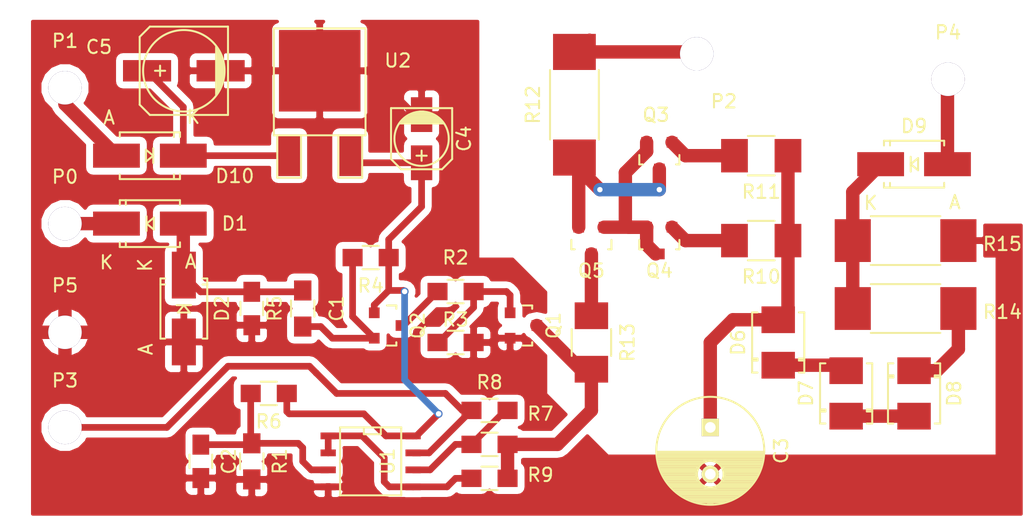
<source format=kicad_pcb>
(kicad_pcb (version 4) (host pcbnew 4.0.1-stable)

  (general
    (links 59)
    (no_connects 5)
    (area 116.610727 97 194.051381 136.244001)
    (thickness 1.6)
    (drawings 10)
    (tracks 144)
    (zones 0)
    (modules 40)
    (nets 28)
  )

  (page A4)
  (layers
    (0 F.Cu signal)
    (31 B.Cu signal)
    (32 B.Adhes user)
    (33 F.Adhes user)
    (34 B.Paste user hide)
    (35 F.Paste user)
    (36 B.SilkS user)
    (37 F.SilkS user)
    (38 B.Mask user)
    (39 F.Mask user)
    (40 Dwgs.User user)
    (41 Cmts.User user)
    (42 Eco1.User user)
    (43 Eco2.User user)
    (44 Edge.Cuts user)
    (45 Margin user)
    (46 B.CrtYd user)
    (47 F.CrtYd user)
    (48 B.Fab user)
    (49 F.Fab user)
  )

  (setup
    (last_trace_width 1)
    (trace_clearance 0.2)
    (zone_clearance 0.508)
    (zone_45_only yes)
    (trace_min 0.2)
    (segment_width 0.2)
    (edge_width 0.15)
    (via_size 0.6)
    (via_drill 0.4)
    (via_min_size 0.4)
    (via_min_drill 0.3)
    (uvia_size 0.3)
    (uvia_drill 0.1)
    (uvias_allowed no)
    (uvia_min_size 0.2)
    (uvia_min_drill 0.1)
    (pcb_text_width 0.3)
    (pcb_text_size 1.5 1.5)
    (mod_edge_width 0.15)
    (mod_text_size 1 1)
    (mod_text_width 0.15)
    (pad_size 1.524 1.524)
    (pad_drill 0.762)
    (pad_to_mask_clearance 0.2)
    (aux_axis_origin 0 0)
    (visible_elements 7FFEF7FF)
    (pcbplotparams
      (layerselection 0x00030_80000001)
      (usegerberextensions false)
      (excludeedgelayer true)
      (linewidth 0.100000)
      (plotframeref false)
      (viasonmask false)
      (mode 1)
      (useauxorigin false)
      (hpglpennumber 1)
      (hpglpenspeed 20)
      (hpglpendiameter 15)
      (hpglpenoverlay 2)
      (psnegative false)
      (psa4output false)
      (plotreference true)
      (plotvalue true)
      (plotinvisibletext false)
      (padsonsilk false)
      (subtractmaskfromsilk false)
      (outputformat 1)
      (mirror false)
      (drillshape 1)
      (scaleselection 1)
      (outputdirectory ""))
  )

  (net 0 "")
  (net 1 "Net-(C1-Pad1)")
  (net 2 "Net-(C2-Pad1)")
  (net 3 "Net-(C3-Pad1)")
  (net 4 "Net-(C4-Pad1)")
  (net 5 "Net-(C5-Pad1)")
  (net 6 "Net-(D3-Pad2)")
  (net 7 "Net-(D6-Pad1)")
  (net 8 "Net-(D7-Pad1)")
  (net 9 "Net-(D8-Pad1)")
  (net 10 "Net-(D9-Pad1)")
  (net 11 "Net-(Q1-Pad1)")
  (net 12 "Net-(Q2-Pad2)")
  (net 13 "Net-(Q2-Pad3)")
  (net 14 "Net-(Q3-Pad2)")
  (net 15 "Net-(Q3-Pad3)")
  (net 16 "Net-(Q3-Pad1)")
  (net 17 "Net-(Q4-Pad1)")
  (net 18 "Net-(Q5-Pad3)")
  (net 19 "Net-(R7-Pad2)")
  (net 20 "Net-(R9-Pad2)")
  (net 21 Earth)
  (net 22 "Net-(D1-Pad1)")
  (net 23 "Net-(D3-Pad1)")
  (net 24 "Net-(D9-Pad2)")
  (net 25 "Net-(D10-Pad2)")
  (net 26 "Net-(P3-Pad1)")
  (net 27 "Net-(Q1-Pad3)")

  (net_class Default "Это класс цепей по умолчанию."
    (clearance 0.2)
    (trace_width 1)
    (via_dia 0.6)
    (via_drill 0.4)
    (uvia_dia 0.3)
    (uvia_drill 0.1)
    (add_net Earth)
    (add_net "Net-(C1-Pad1)")
    (add_net "Net-(C2-Pad1)")
    (add_net "Net-(C3-Pad1)")
    (add_net "Net-(C4-Pad1)")
    (add_net "Net-(C5-Pad1)")
    (add_net "Net-(D1-Pad1)")
    (add_net "Net-(D10-Pad2)")
    (add_net "Net-(D3-Pad1)")
    (add_net "Net-(D3-Pad2)")
    (add_net "Net-(D6-Pad1)")
    (add_net "Net-(D7-Pad1)")
    (add_net "Net-(D8-Pad1)")
    (add_net "Net-(D9-Pad1)")
    (add_net "Net-(D9-Pad2)")
    (add_net "Net-(P3-Pad1)")
    (add_net "Net-(Q1-Pad1)")
    (add_net "Net-(Q1-Pad3)")
    (add_net "Net-(Q2-Pad2)")
    (add_net "Net-(Q2-Pad3)")
    (add_net "Net-(Q3-Pad1)")
    (add_net "Net-(Q3-Pad2)")
    (add_net "Net-(Q3-Pad3)")
    (add_net "Net-(Q4-Pad1)")
    (add_net "Net-(Q5-Pad3)")
    (add_net "Net-(R7-Pad2)")
    (add_net "Net-(R9-Pad2)")
  )

  (net_class 0.5 ""
    (clearance 0.5)
    (trace_width 1)
    (via_dia 0.6)
    (via_drill 0.4)
    (uvia_dia 0.3)
    (uvia_drill 0.1)
  )

  (module Capacitors_SMD:C_0805_HandSoldering (layer F.Cu) (tedit 568D8C97) (tstamp 568D883F)
    (at 135.89 120.65 270)
    (descr "Capacitor SMD 0805, hand soldering")
    (tags "capacitor 0805")
    (path /568C2D52)
    (attr smd)
    (fp_text reference C1 (at 0 -6.35 270) (layer F.SilkS)
      (effects (font (size 1 1) (thickness 0.15)))
    )
    (fp_text value 0.1uF (at 0 2.1 270) (layer F.Fab)
      (effects (font (size 1 1) (thickness 0.15)))
    )
    (fp_line (start -2.3 -1) (end 2.3 -1) (layer F.CrtYd) (width 0.05))
    (fp_line (start -2.3 1) (end 2.3 1) (layer F.CrtYd) (width 0.05))
    (fp_line (start -2.3 -1) (end -2.3 1) (layer F.CrtYd) (width 0.05))
    (fp_line (start 2.3 -1) (end 2.3 1) (layer F.CrtYd) (width 0.05))
    (fp_line (start 0.5 -0.85) (end -0.5 -0.85) (layer F.SilkS) (width 0.15))
    (fp_line (start -0.5 0.85) (end 0.5 0.85) (layer F.SilkS) (width 0.15))
    (pad 1 smd rect (at -1.25 0 270) (size 1.5 1.25) (layers F.Cu F.Paste F.Mask)
      (net 1 "Net-(C1-Pad1)"))
    (pad 2 smd rect (at 1.25 0 270) (size 1.5 1.25) (layers F.Cu F.Paste F.Mask)
      (net 21 Earth))
    (model Capacitors_SMD.3dshapes/C_0805_HandSoldering.wrl
      (at (xyz 0 0 0))
      (scale (xyz 1 1 1))
      (rotate (xyz 0 0 0))
    )
  )

  (module Capacitors_SMD:C_0805_HandSoldering (layer F.Cu) (tedit 541A9B8D) (tstamp 568D8845)
    (at 132.08 132.08 270)
    (descr "Capacitor SMD 0805, hand soldering")
    (tags "capacitor 0805")
    (path /568D0063)
    (attr smd)
    (fp_text reference C2 (at 0 -2.1 270) (layer F.SilkS)
      (effects (font (size 1 1) (thickness 0.15)))
    )
    (fp_text value 1uF (at 0 2.1 270) (layer F.Fab)
      (effects (font (size 1 1) (thickness 0.15)))
    )
    (fp_line (start -2.3 -1) (end 2.3 -1) (layer F.CrtYd) (width 0.05))
    (fp_line (start -2.3 1) (end 2.3 1) (layer F.CrtYd) (width 0.05))
    (fp_line (start -2.3 -1) (end -2.3 1) (layer F.CrtYd) (width 0.05))
    (fp_line (start 2.3 -1) (end 2.3 1) (layer F.CrtYd) (width 0.05))
    (fp_line (start 0.5 -0.85) (end -0.5 -0.85) (layer F.SilkS) (width 0.15))
    (fp_line (start -0.5 0.85) (end 0.5 0.85) (layer F.SilkS) (width 0.15))
    (pad 1 smd rect (at -1.25 0 270) (size 1.5 1.25) (layers F.Cu F.Paste F.Mask)
      (net 2 "Net-(C2-Pad1)"))
    (pad 2 smd rect (at 1.25 0 270) (size 1.5 1.25) (layers F.Cu F.Paste F.Mask)
      (net 21 Earth))
    (model Capacitors_SMD.3dshapes/C_0805_HandSoldering.wrl
      (at (xyz 0 0 0))
      (scale (xyz 1 1 1))
      (rotate (xyz 0 0 0))
    )
  )

  (module Capacitors_ThroughHole:C_Radial_D8_L11.5_P3.5 (layer F.Cu) (tedit 0) (tstamp 568D884B)
    (at 170.18 129.54 270)
    (descr "Radial Electrolytic Capacitor Diameter 8mm x Length 11.5mm, Pitch 3.5mm")
    (tags "Electrolytic Capacitor")
    (path /568E10A6)
    (fp_text reference C3 (at 1.75 -5.3 270) (layer F.SilkS)
      (effects (font (size 1 1) (thickness 0.15)))
    )
    (fp_text value "2.2uF 350V" (at 1.75 5.3 270) (layer F.Fab)
      (effects (font (size 1 1) (thickness 0.15)))
    )
    (fp_line (start 1.825 -3.999) (end 1.825 3.999) (layer F.SilkS) (width 0.15))
    (fp_line (start 1.965 -3.994) (end 1.965 3.994) (layer F.SilkS) (width 0.15))
    (fp_line (start 2.105 -3.984) (end 2.105 3.984) (layer F.SilkS) (width 0.15))
    (fp_line (start 2.245 -3.969) (end 2.245 3.969) (layer F.SilkS) (width 0.15))
    (fp_line (start 2.385 -3.949) (end 2.385 3.949) (layer F.SilkS) (width 0.15))
    (fp_line (start 2.525 -3.924) (end 2.525 -0.222) (layer F.SilkS) (width 0.15))
    (fp_line (start 2.525 0.222) (end 2.525 3.924) (layer F.SilkS) (width 0.15))
    (fp_line (start 2.665 -3.894) (end 2.665 -0.55) (layer F.SilkS) (width 0.15))
    (fp_line (start 2.665 0.55) (end 2.665 3.894) (layer F.SilkS) (width 0.15))
    (fp_line (start 2.805 -3.858) (end 2.805 -0.719) (layer F.SilkS) (width 0.15))
    (fp_line (start 2.805 0.719) (end 2.805 3.858) (layer F.SilkS) (width 0.15))
    (fp_line (start 2.945 -3.817) (end 2.945 -0.832) (layer F.SilkS) (width 0.15))
    (fp_line (start 2.945 0.832) (end 2.945 3.817) (layer F.SilkS) (width 0.15))
    (fp_line (start 3.085 -3.771) (end 3.085 -0.91) (layer F.SilkS) (width 0.15))
    (fp_line (start 3.085 0.91) (end 3.085 3.771) (layer F.SilkS) (width 0.15))
    (fp_line (start 3.225 -3.718) (end 3.225 -0.961) (layer F.SilkS) (width 0.15))
    (fp_line (start 3.225 0.961) (end 3.225 3.718) (layer F.SilkS) (width 0.15))
    (fp_line (start 3.365 -3.659) (end 3.365 -0.991) (layer F.SilkS) (width 0.15))
    (fp_line (start 3.365 0.991) (end 3.365 3.659) (layer F.SilkS) (width 0.15))
    (fp_line (start 3.505 -3.594) (end 3.505 -1) (layer F.SilkS) (width 0.15))
    (fp_line (start 3.505 1) (end 3.505 3.594) (layer F.SilkS) (width 0.15))
    (fp_line (start 3.645 -3.523) (end 3.645 -0.989) (layer F.SilkS) (width 0.15))
    (fp_line (start 3.645 0.989) (end 3.645 3.523) (layer F.SilkS) (width 0.15))
    (fp_line (start 3.785 -3.444) (end 3.785 -0.959) (layer F.SilkS) (width 0.15))
    (fp_line (start 3.785 0.959) (end 3.785 3.444) (layer F.SilkS) (width 0.15))
    (fp_line (start 3.925 -3.357) (end 3.925 -0.905) (layer F.SilkS) (width 0.15))
    (fp_line (start 3.925 0.905) (end 3.925 3.357) (layer F.SilkS) (width 0.15))
    (fp_line (start 4.065 -3.262) (end 4.065 -0.825) (layer F.SilkS) (width 0.15))
    (fp_line (start 4.065 0.825) (end 4.065 3.262) (layer F.SilkS) (width 0.15))
    (fp_line (start 4.205 -3.158) (end 4.205 -0.709) (layer F.SilkS) (width 0.15))
    (fp_line (start 4.205 0.709) (end 4.205 3.158) (layer F.SilkS) (width 0.15))
    (fp_line (start 4.345 -3.044) (end 4.345 -0.535) (layer F.SilkS) (width 0.15))
    (fp_line (start 4.345 0.535) (end 4.345 3.044) (layer F.SilkS) (width 0.15))
    (fp_line (start 4.485 -2.919) (end 4.485 -0.173) (layer F.SilkS) (width 0.15))
    (fp_line (start 4.485 0.173) (end 4.485 2.919) (layer F.SilkS) (width 0.15))
    (fp_line (start 4.625 -2.781) (end 4.625 2.781) (layer F.SilkS) (width 0.15))
    (fp_line (start 4.765 -2.629) (end 4.765 2.629) (layer F.SilkS) (width 0.15))
    (fp_line (start 4.905 -2.459) (end 4.905 2.459) (layer F.SilkS) (width 0.15))
    (fp_line (start 5.045 -2.268) (end 5.045 2.268) (layer F.SilkS) (width 0.15))
    (fp_line (start 5.185 -2.05) (end 5.185 2.05) (layer F.SilkS) (width 0.15))
    (fp_line (start 5.325 -1.794) (end 5.325 1.794) (layer F.SilkS) (width 0.15))
    (fp_line (start 5.465 -1.483) (end 5.465 1.483) (layer F.SilkS) (width 0.15))
    (fp_line (start 5.605 -1.067) (end 5.605 1.067) (layer F.SilkS) (width 0.15))
    (fp_line (start 5.745 -0.2) (end 5.745 0.2) (layer F.SilkS) (width 0.15))
    (fp_circle (center 3.5 0) (end 3.5 -1) (layer F.SilkS) (width 0.15))
    (fp_circle (center 1.75 0) (end 1.75 -4.0375) (layer F.SilkS) (width 0.15))
    (fp_circle (center 1.75 0) (end 1.75 -4.3) (layer F.CrtYd) (width 0.05))
    (pad 2 thru_hole circle (at 3.5 0 270) (size 1.3 1.3) (drill 0.8) (layers *.Cu *.Mask F.SilkS)
      (net 21 Earth))
    (pad 1 thru_hole rect (at 0 0 270) (size 1.3 1.3) (drill 0.8) (layers *.Cu *.Mask F.SilkS)
      (net 3 "Net-(C3-Pad1)"))
    (model Capacitors_ThroughHole.3dshapes/C_Radial_D8_L11.5_P3.5.wrl
      (at (xyz 0 0 0))
      (scale (xyz 1 1 1))
      (rotate (xyz 0 0 0))
    )
  )

  (module Capacitors_SMD:c_elec_4x4.5 (layer F.Cu) (tedit 55725C01) (tstamp 568D8851)
    (at 148.59 107.95 270)
    (descr "SMT capacitor, aluminium electrolytic, 4x4.5")
    (path /568CE566)
    (attr smd)
    (fp_text reference C4 (at 0 -3.175 270) (layer F.SilkS)
      (effects (font (size 1 1) (thickness 0.15)))
    )
    (fp_text value "4.7uF 16V" (at 0 3.175 270) (layer F.Fab)
      (effects (font (size 1 1) (thickness 0.15)))
    )
    (fp_line (start -3.35 2.65) (end 3.35 2.65) (layer F.CrtYd) (width 0.05))
    (fp_line (start 3.35 -2.65) (end -3.35 -2.65) (layer F.CrtYd) (width 0.05))
    (fp_line (start -3.35 -2.65) (end -3.35 2.65) (layer F.CrtYd) (width 0.05))
    (fp_line (start 3.35 2.65) (end 3.35 -2.65) (layer F.CrtYd) (width 0.05))
    (fp_line (start 1.651 0) (end 0.889 0) (layer F.SilkS) (width 0.15))
    (fp_line (start 1.27 -0.381) (end 1.27 0.381) (layer F.SilkS) (width 0.15))
    (fp_line (start 1.524 2.286) (end -2.286 2.286) (layer F.SilkS) (width 0.15))
    (fp_line (start 2.286 -1.524) (end 2.286 1.524) (layer F.SilkS) (width 0.15))
    (fp_line (start 1.524 2.286) (end 2.286 1.524) (layer F.SilkS) (width 0.15))
    (fp_line (start 1.524 -2.286) (end -2.286 -2.286) (layer F.SilkS) (width 0.15))
    (fp_line (start 1.524 -2.286) (end 2.286 -1.524) (layer F.SilkS) (width 0.15))
    (fp_line (start -2.032 0.127) (end -2.032 -0.127) (layer F.SilkS) (width 0.15))
    (fp_line (start -1.905 -0.635) (end -1.905 0.635) (layer F.SilkS) (width 0.15))
    (fp_line (start -1.778 0.889) (end -1.778 -0.889) (layer F.SilkS) (width 0.15))
    (fp_line (start -1.651 1.143) (end -1.651 -1.143) (layer F.SilkS) (width 0.15))
    (fp_line (start -1.524 -1.27) (end -1.524 1.27) (layer F.SilkS) (width 0.15))
    (fp_line (start -1.397 1.397) (end -1.397 -1.397) (layer F.SilkS) (width 0.15))
    (fp_line (start -1.27 -1.524) (end -1.27 1.524) (layer F.SilkS) (width 0.15))
    (fp_line (start -1.143 -1.651) (end -1.143 1.651) (layer F.SilkS) (width 0.15))
    (fp_line (start -2.286 -2.286) (end -2.286 2.286) (layer F.SilkS) (width 0.15))
    (fp_circle (center 0 0) (end -2.032 0) (layer F.SilkS) (width 0.15))
    (pad 1 smd rect (at 1.80086 0 270) (size 2.60096 1.6002) (layers F.Cu F.Paste F.Mask)
      (net 4 "Net-(C4-Pad1)"))
    (pad 2 smd rect (at -1.80086 0 270) (size 2.60096 1.6002) (layers F.Cu F.Paste F.Mask)
      (net 21 Earth))
    (model Capacitors_SMD.3dshapes/c_elec_4x4.5.wrl
      (at (xyz 0 0 0))
      (scale (xyz 1 1 1))
      (rotate (xyz 0 0 0))
    )
  )

  (module Capacitors_SMD:c_elec_6.3x4.5 (layer F.Cu) (tedit 568FE282) (tstamp 568D8857)
    (at 130.81 102.87 180)
    (descr "SMT capacitor, aluminium electrolytic, 6.3x4.5")
    (path /568C2B54)
    (attr smd)
    (fp_text reference C5 (at 6.35 1.778 180) (layer F.SilkS)
      (effects (font (size 1 1) (thickness 0.15)))
    )
    (fp_text value "47uF 25V" (at 0 4.445 180) (layer F.Fab)
      (effects (font (size 1 1) (thickness 0.15)))
    )
    (fp_line (start -4.85 -3.6) (end 4.85 -3.6) (layer F.CrtYd) (width 0.05))
    (fp_line (start 4.85 -3.6) (end 4.85 3.6) (layer F.CrtYd) (width 0.05))
    (fp_line (start 4.85 3.6) (end -4.85 3.6) (layer F.CrtYd) (width 0.05))
    (fp_line (start -4.85 3.6) (end -4.85 -3.6) (layer F.CrtYd) (width 0.05))
    (fp_line (start -2.921 -0.762) (end -2.921 0.762) (layer F.SilkS) (width 0.15))
    (fp_line (start -2.794 1.143) (end -2.794 -1.143) (layer F.SilkS) (width 0.15))
    (fp_line (start -2.667 -1.397) (end -2.667 1.397) (layer F.SilkS) (width 0.15))
    (fp_line (start -2.54 1.651) (end -2.54 -1.651) (layer F.SilkS) (width 0.15))
    (fp_line (start -2.413 -1.778) (end -2.413 1.778) (layer F.SilkS) (width 0.15))
    (fp_line (start -3.302 -3.302) (end -3.302 3.302) (layer F.SilkS) (width 0.15))
    (fp_line (start -3.302 3.302) (end 2.54 3.302) (layer F.SilkS) (width 0.15))
    (fp_line (start 2.54 3.302) (end 3.302 2.54) (layer F.SilkS) (width 0.15))
    (fp_line (start 3.302 2.54) (end 3.302 -2.54) (layer F.SilkS) (width 0.15))
    (fp_line (start 3.302 -2.54) (end 2.54 -3.302) (layer F.SilkS) (width 0.15))
    (fp_line (start 2.54 -3.302) (end -3.302 -3.302) (layer F.SilkS) (width 0.15))
    (fp_line (start 2.159 0) (end 1.397 0) (layer F.SilkS) (width 0.15))
    (fp_line (start 1.778 -0.381) (end 1.778 0.381) (layer F.SilkS) (width 0.15))
    (fp_circle (center 0 0) (end -3.048 0) (layer F.SilkS) (width 0.15))
    (pad 1 smd rect (at 2.75082 0 180) (size 3.59918 1.6002) (layers F.Cu F.Paste F.Mask)
      (net 5 "Net-(C5-Pad1)"))
    (pad 2 smd rect (at -2.75082 0 180) (size 3.59918 1.6002) (layers F.Cu F.Paste F.Mask)
      (net 21 Earth))
    (model Capacitors_SMD.3dshapes/c_elec_6.3x4.5.wrl
      (at (xyz 0 0 0))
      (scale (xyz 1 1 1))
      (rotate (xyz 0 0 0))
    )
  )

  (module Diodes_SMD:SMA_Handsoldering (layer F.Cu) (tedit 568FE273) (tstamp 568D885D)
    (at 128.27 114.3)
    (descr "Diode SMA Handsoldering")
    (tags "Diode SMA Handsoldering")
    (path /568C2E50)
    (attr smd)
    (fp_text reference D1 (at 6.35 0) (layer F.SilkS)
      (effects (font (size 1 1) (thickness 0.15)))
    )
    (fp_text value US1M (at 0.05 4.4) (layer F.Fab)
      (effects (font (size 1 1) (thickness 0.15)))
    )
    (fp_line (start -4.5 -2) (end 4.5 -2) (layer F.CrtYd) (width 0.05))
    (fp_line (start 4.5 -2) (end 4.5 2) (layer F.CrtYd) (width 0.05))
    (fp_line (start 4.5 2) (end -4.5 2) (layer F.CrtYd) (width 0.05))
    (fp_line (start -4.5 2) (end -4.5 -2) (layer F.CrtYd) (width 0.05))
    (fp_line (start -0.25 0) (end 0.3 -0.45) (layer F.SilkS) (width 0.15))
    (fp_line (start 0.3 -0.45) (end 0.3 0.45) (layer F.SilkS) (width 0.15))
    (fp_line (start 0.3 0.45) (end -0.25 0) (layer F.SilkS) (width 0.15))
    (fp_line (start -0.25 -0.55) (end -0.25 0.55) (layer F.SilkS) (width 0.15))
    (fp_text user K (at -3.25 2.9) (layer F.SilkS)
      (effects (font (size 1 1) (thickness 0.15)))
    )
    (fp_text user A (at 3.05 2.85) (layer F.SilkS)
      (effects (font (size 1 1) (thickness 0.15)))
    )
    (fp_line (start -1.79914 1.75006) (end -1.79914 1.39954) (layer F.SilkS) (width 0.15))
    (fp_line (start -1.79914 -1.75006) (end -1.79914 -1.39954) (layer F.SilkS) (width 0.15))
    (fp_line (start 2.25044 1.75006) (end 2.25044 1.39954) (layer F.SilkS) (width 0.15))
    (fp_line (start -2.25044 1.75006) (end -2.25044 1.39954) (layer F.SilkS) (width 0.15))
    (fp_line (start -2.25044 -1.75006) (end -2.25044 -1.39954) (layer F.SilkS) (width 0.15))
    (fp_line (start 2.25044 -1.75006) (end 2.25044 -1.39954) (layer F.SilkS) (width 0.15))
    (fp_line (start -2.25044 1.75006) (end 2.25044 1.75006) (layer F.SilkS) (width 0.15))
    (fp_line (start -2.25044 -1.75006) (end 2.25044 -1.75006) (layer F.SilkS) (width 0.15))
    (pad 1 smd rect (at -2.49936 0) (size 3.50012 1.80086) (layers F.Cu F.Paste F.Mask)
      (net 22 "Net-(D1-Pad1)"))
    (pad 2 smd rect (at 2.49936 0) (size 3.50012 1.80086) (layers F.Cu F.Paste F.Mask)
      (net 1 "Net-(C1-Pad1)"))
    (model Diodes_SMD.3dshapes/SMA_Handsoldering.wrl
      (at (xyz 0 0 0))
      (scale (xyz 0.3937 0.3937 0.3937))
      (rotate (xyz 0 0 180))
    )
  )

  (module Diodes_SMD:SMA_Handsoldering (layer F.Cu) (tedit 552FF1AB) (tstamp 568D8863)
    (at 130.81 120.65 270)
    (descr "Diode SMA Handsoldering")
    (tags "Diode SMA Handsoldering")
    (path /568C2DBB)
    (attr smd)
    (fp_text reference D2 (at 0 -2.85 270) (layer F.SilkS)
      (effects (font (size 1 1) (thickness 0.15)))
    )
    (fp_text value US1M (at 0.05 4.4 270) (layer F.Fab)
      (effects (font (size 1 1) (thickness 0.15)))
    )
    (fp_line (start -4.5 -2) (end 4.5 -2) (layer F.CrtYd) (width 0.05))
    (fp_line (start 4.5 -2) (end 4.5 2) (layer F.CrtYd) (width 0.05))
    (fp_line (start 4.5 2) (end -4.5 2) (layer F.CrtYd) (width 0.05))
    (fp_line (start -4.5 2) (end -4.5 -2) (layer F.CrtYd) (width 0.05))
    (fp_line (start -0.25 0) (end 0.3 -0.45) (layer F.SilkS) (width 0.15))
    (fp_line (start 0.3 -0.45) (end 0.3 0.45) (layer F.SilkS) (width 0.15))
    (fp_line (start 0.3 0.45) (end -0.25 0) (layer F.SilkS) (width 0.15))
    (fp_line (start -0.25 -0.55) (end -0.25 0.55) (layer F.SilkS) (width 0.15))
    (fp_text user K (at -3.25 2.9 270) (layer F.SilkS)
      (effects (font (size 1 1) (thickness 0.15)))
    )
    (fp_text user A (at 3.05 2.85 270) (layer F.SilkS)
      (effects (font (size 1 1) (thickness 0.15)))
    )
    (fp_line (start -1.79914 1.75006) (end -1.79914 1.39954) (layer F.SilkS) (width 0.15))
    (fp_line (start -1.79914 -1.75006) (end -1.79914 -1.39954) (layer F.SilkS) (width 0.15))
    (fp_line (start 2.25044 1.75006) (end 2.25044 1.39954) (layer F.SilkS) (width 0.15))
    (fp_line (start -2.25044 1.75006) (end -2.25044 1.39954) (layer F.SilkS) (width 0.15))
    (fp_line (start -2.25044 -1.75006) (end -2.25044 -1.39954) (layer F.SilkS) (width 0.15))
    (fp_line (start 2.25044 -1.75006) (end 2.25044 -1.39954) (layer F.SilkS) (width 0.15))
    (fp_line (start -2.25044 1.75006) (end 2.25044 1.75006) (layer F.SilkS) (width 0.15))
    (fp_line (start -2.25044 -1.75006) (end 2.25044 -1.75006) (layer F.SilkS) (width 0.15))
    (pad 1 smd rect (at -2.49936 0 270) (size 3.50012 1.80086) (layers F.Cu F.Paste F.Mask)
      (net 1 "Net-(C1-Pad1)"))
    (pad 2 smd rect (at 2.49936 0 270) (size 3.50012 1.80086) (layers F.Cu F.Paste F.Mask)
      (net 21 Earth))
    (model Diodes_SMD.3dshapes/SMA_Handsoldering.wrl
      (at (xyz 0 0 0))
      (scale (xyz 0.3937 0.3937 0.3937))
      (rotate (xyz 0 0 180))
    )
  )

  (module Diodes_SMD:DO-214BA (layer F.Cu) (tedit 54DF7BCF) (tstamp 568D887B)
    (at 175.26 123.19 90)
    (descr "Microsemi LSM115J")
    (tags "DO-214BA diode")
    (path /568E0D43)
    (attr smd)
    (fp_text reference D6 (at 0 -3 90) (layer F.SilkS)
      (effects (font (size 1 1) (thickness 0.15)))
    )
    (fp_text value 1N4740A (at 0 3 90) (layer F.Fab)
      (effects (font (size 1 1) (thickness 0.15)))
    )
    (fp_line (start -3 -2.25) (end 3 -2.25) (layer F.CrtYd) (width 0.05))
    (fp_line (start 3 -2.25) (end 3 2.25) (layer F.CrtYd) (width 0.05))
    (fp_line (start 3 2.25) (end -3 2.25) (layer F.CrtYd) (width 0.05))
    (fp_line (start -3 2.25) (end -3 -2.25) (layer F.CrtYd) (width 0.05))
    (fp_line (start -2.25 -1.95) (end -2.25 -1.55) (layer F.SilkS) (width 0.15))
    (fp_line (start -2.25 1.95) (end -2.25 1.55) (layer F.SilkS) (width 0.15))
    (fp_line (start 2.25 1.95) (end 2.25 1.55) (layer F.SilkS) (width 0.15))
    (fp_line (start 2.25 -1.95) (end 2.25 -1.55) (layer F.SilkS) (width 0.15))
    (fp_line (start -1.35 1.95) (end -1.35 1.55) (layer F.SilkS) (width 0.15))
    (fp_line (start -1.35 1.55) (end -1.2 1.55) (layer F.SilkS) (width 0.15))
    (fp_line (start -1.2 1.55) (end -1.2 1.95) (layer F.SilkS) (width 0.15))
    (fp_line (start -1.35 -1.95) (end -1.35 -1.55) (layer F.SilkS) (width 0.15))
    (fp_line (start -1.35 -1.55) (end -1.2 -1.55) (layer F.SilkS) (width 0.15))
    (fp_line (start -1.2 -1.55) (end -1.2 -1.95) (layer F.SilkS) (width 0.15))
    (fp_line (start -2.25 -1.95) (end 2.25 -1.95) (layer F.SilkS) (width 0.15))
    (fp_line (start 2.25 1.95) (end -2.25 1.95) (layer F.SilkS) (width 0.15))
    (pad 2 smd rect (at 1.7 0 90) (size 2 2.5) (layers F.Cu F.Paste F.Mask)
      (net 3 "Net-(C3-Pad1)"))
    (pad 1 smd rect (at -1.7 0 90) (size 2 2.5) (layers F.Cu F.Paste F.Mask)
      (net 7 "Net-(D6-Pad1)"))
  )

  (module Diodes_SMD:DO-214BA (layer F.Cu) (tedit 54DF7BCF) (tstamp 568D8881)
    (at 180.34 127 90)
    (descr "Microsemi LSM115J")
    (tags "DO-214BA diode")
    (path /568E0FC2)
    (attr smd)
    (fp_text reference D7 (at 0 -3 90) (layer F.SilkS)
      (effects (font (size 1 1) (thickness 0.15)))
    )
    (fp_text value 1N4740A (at 0 3 90) (layer F.Fab)
      (effects (font (size 1 1) (thickness 0.15)))
    )
    (fp_line (start -3 -2.25) (end 3 -2.25) (layer F.CrtYd) (width 0.05))
    (fp_line (start 3 -2.25) (end 3 2.25) (layer F.CrtYd) (width 0.05))
    (fp_line (start 3 2.25) (end -3 2.25) (layer F.CrtYd) (width 0.05))
    (fp_line (start -3 2.25) (end -3 -2.25) (layer F.CrtYd) (width 0.05))
    (fp_line (start -2.25 -1.95) (end -2.25 -1.55) (layer F.SilkS) (width 0.15))
    (fp_line (start -2.25 1.95) (end -2.25 1.55) (layer F.SilkS) (width 0.15))
    (fp_line (start 2.25 1.95) (end 2.25 1.55) (layer F.SilkS) (width 0.15))
    (fp_line (start 2.25 -1.95) (end 2.25 -1.55) (layer F.SilkS) (width 0.15))
    (fp_line (start -1.35 1.95) (end -1.35 1.55) (layer F.SilkS) (width 0.15))
    (fp_line (start -1.35 1.55) (end -1.2 1.55) (layer F.SilkS) (width 0.15))
    (fp_line (start -1.2 1.55) (end -1.2 1.95) (layer F.SilkS) (width 0.15))
    (fp_line (start -1.35 -1.95) (end -1.35 -1.55) (layer F.SilkS) (width 0.15))
    (fp_line (start -1.35 -1.55) (end -1.2 -1.55) (layer F.SilkS) (width 0.15))
    (fp_line (start -1.2 -1.55) (end -1.2 -1.95) (layer F.SilkS) (width 0.15))
    (fp_line (start -2.25 -1.95) (end 2.25 -1.95) (layer F.SilkS) (width 0.15))
    (fp_line (start 2.25 1.95) (end -2.25 1.95) (layer F.SilkS) (width 0.15))
    (pad 2 smd rect (at 1.7 0 90) (size 2 2.5) (layers F.Cu F.Paste F.Mask)
      (net 7 "Net-(D6-Pad1)"))
    (pad 1 smd rect (at -1.7 0 90) (size 2 2.5) (layers F.Cu F.Paste F.Mask)
      (net 8 "Net-(D7-Pad1)"))
  )

  (module Diodes_SMD:DO-214BA (layer F.Cu) (tedit 54DF7BCF) (tstamp 568D8887)
    (at 185.42 127 270)
    (descr "Microsemi LSM115J")
    (tags "DO-214BA diode")
    (path /568E101F)
    (attr smd)
    (fp_text reference D8 (at 0 -3 270) (layer F.SilkS)
      (effects (font (size 1 1) (thickness 0.15)))
    )
    (fp_text value 1N4740A (at 0 3 270) (layer F.Fab)
      (effects (font (size 1 1) (thickness 0.15)))
    )
    (fp_line (start -3 -2.25) (end 3 -2.25) (layer F.CrtYd) (width 0.05))
    (fp_line (start 3 -2.25) (end 3 2.25) (layer F.CrtYd) (width 0.05))
    (fp_line (start 3 2.25) (end -3 2.25) (layer F.CrtYd) (width 0.05))
    (fp_line (start -3 2.25) (end -3 -2.25) (layer F.CrtYd) (width 0.05))
    (fp_line (start -2.25 -1.95) (end -2.25 -1.55) (layer F.SilkS) (width 0.15))
    (fp_line (start -2.25 1.95) (end -2.25 1.55) (layer F.SilkS) (width 0.15))
    (fp_line (start 2.25 1.95) (end 2.25 1.55) (layer F.SilkS) (width 0.15))
    (fp_line (start 2.25 -1.95) (end 2.25 -1.55) (layer F.SilkS) (width 0.15))
    (fp_line (start -1.35 1.95) (end -1.35 1.55) (layer F.SilkS) (width 0.15))
    (fp_line (start -1.35 1.55) (end -1.2 1.55) (layer F.SilkS) (width 0.15))
    (fp_line (start -1.2 1.55) (end -1.2 1.95) (layer F.SilkS) (width 0.15))
    (fp_line (start -1.35 -1.95) (end -1.35 -1.55) (layer F.SilkS) (width 0.15))
    (fp_line (start -1.35 -1.55) (end -1.2 -1.55) (layer F.SilkS) (width 0.15))
    (fp_line (start -1.2 -1.55) (end -1.2 -1.95) (layer F.SilkS) (width 0.15))
    (fp_line (start -2.25 -1.95) (end 2.25 -1.95) (layer F.SilkS) (width 0.15))
    (fp_line (start 2.25 1.95) (end -2.25 1.95) (layer F.SilkS) (width 0.15))
    (pad 2 smd rect (at 1.7 0 270) (size 2 2.5) (layers F.Cu F.Paste F.Mask)
      (net 8 "Net-(D7-Pad1)"))
    (pad 1 smd rect (at -1.7 0 270) (size 2 2.5) (layers F.Cu F.Paste F.Mask)
      (net 9 "Net-(D8-Pad1)"))
  )

  (module Diodes_SMD:SMA_Handsoldering (layer F.Cu) (tedit 552FF1AB) (tstamp 568D888D)
    (at 185.42 109.855)
    (descr "Diode SMA Handsoldering")
    (tags "Diode SMA Handsoldering")
    (path /568E21E0)
    (attr smd)
    (fp_text reference D9 (at 0 -2.85) (layer F.SilkS)
      (effects (font (size 1 1) (thickness 0.15)))
    )
    (fp_text value US1M (at 0.05 4.4) (layer F.Fab)
      (effects (font (size 1 1) (thickness 0.15)))
    )
    (fp_line (start -4.5 -2) (end 4.5 -2) (layer F.CrtYd) (width 0.05))
    (fp_line (start 4.5 -2) (end 4.5 2) (layer F.CrtYd) (width 0.05))
    (fp_line (start 4.5 2) (end -4.5 2) (layer F.CrtYd) (width 0.05))
    (fp_line (start -4.5 2) (end -4.5 -2) (layer F.CrtYd) (width 0.05))
    (fp_line (start -0.25 0) (end 0.3 -0.45) (layer F.SilkS) (width 0.15))
    (fp_line (start 0.3 -0.45) (end 0.3 0.45) (layer F.SilkS) (width 0.15))
    (fp_line (start 0.3 0.45) (end -0.25 0) (layer F.SilkS) (width 0.15))
    (fp_line (start -0.25 -0.55) (end -0.25 0.55) (layer F.SilkS) (width 0.15))
    (fp_text user K (at -3.25 2.9) (layer F.SilkS)
      (effects (font (size 1 1) (thickness 0.15)))
    )
    (fp_text user A (at 3.05 2.85) (layer F.SilkS)
      (effects (font (size 1 1) (thickness 0.15)))
    )
    (fp_line (start -1.79914 1.75006) (end -1.79914 1.39954) (layer F.SilkS) (width 0.15))
    (fp_line (start -1.79914 -1.75006) (end -1.79914 -1.39954) (layer F.SilkS) (width 0.15))
    (fp_line (start 2.25044 1.75006) (end 2.25044 1.39954) (layer F.SilkS) (width 0.15))
    (fp_line (start -2.25044 1.75006) (end -2.25044 1.39954) (layer F.SilkS) (width 0.15))
    (fp_line (start -2.25044 -1.75006) (end -2.25044 -1.39954) (layer F.SilkS) (width 0.15))
    (fp_line (start 2.25044 -1.75006) (end 2.25044 -1.39954) (layer F.SilkS) (width 0.15))
    (fp_line (start -2.25044 1.75006) (end 2.25044 1.75006) (layer F.SilkS) (width 0.15))
    (fp_line (start -2.25044 -1.75006) (end 2.25044 -1.75006) (layer F.SilkS) (width 0.15))
    (pad 1 smd rect (at -2.49936 0) (size 3.50012 1.80086) (layers F.Cu F.Paste F.Mask)
      (net 10 "Net-(D9-Pad1)"))
    (pad 2 smd rect (at 2.49936 0) (size 3.50012 1.80086) (layers F.Cu F.Paste F.Mask)
      (net 24 "Net-(D9-Pad2)"))
    (model Diodes_SMD.3dshapes/SMA_Handsoldering.wrl
      (at (xyz 0 0 0))
      (scale (xyz 0.3937 0.3937 0.3937))
      (rotate (xyz 0 0 180))
    )
  )

  (module Diodes_SMD:SMA_Handsoldering (layer F.Cu) (tedit 568FE270) (tstamp 568D8893)
    (at 128.27 109.22 180)
    (descr "Diode SMA Handsoldering")
    (tags "Diode SMA Handsoldering")
    (path /568C2844)
    (attr smd)
    (fp_text reference D10 (at -6.35 -1.524 180) (layer F.SilkS)
      (effects (font (size 1 1) (thickness 0.15)))
    )
    (fp_text value US1M (at 0.05 4.4 180) (layer F.Fab)
      (effects (font (size 1 1) (thickness 0.15)))
    )
    (fp_line (start -4.5 -2) (end 4.5 -2) (layer F.CrtYd) (width 0.05))
    (fp_line (start 4.5 -2) (end 4.5 2) (layer F.CrtYd) (width 0.05))
    (fp_line (start 4.5 2) (end -4.5 2) (layer F.CrtYd) (width 0.05))
    (fp_line (start -4.5 2) (end -4.5 -2) (layer F.CrtYd) (width 0.05))
    (fp_line (start -0.25 0) (end 0.3 -0.45) (layer F.SilkS) (width 0.15))
    (fp_line (start 0.3 -0.45) (end 0.3 0.45) (layer F.SilkS) (width 0.15))
    (fp_line (start 0.3 0.45) (end -0.25 0) (layer F.SilkS) (width 0.15))
    (fp_line (start -0.25 -0.55) (end -0.25 0.55) (layer F.SilkS) (width 0.15))
    (fp_text user K (at -3.25 2.9 180) (layer F.SilkS)
      (effects (font (size 1 1) (thickness 0.15)))
    )
    (fp_text user A (at 3.05 2.85 180) (layer F.SilkS)
      (effects (font (size 1 1) (thickness 0.15)))
    )
    (fp_line (start -1.79914 1.75006) (end -1.79914 1.39954) (layer F.SilkS) (width 0.15))
    (fp_line (start -1.79914 -1.75006) (end -1.79914 -1.39954) (layer F.SilkS) (width 0.15))
    (fp_line (start 2.25044 1.75006) (end 2.25044 1.39954) (layer F.SilkS) (width 0.15))
    (fp_line (start -2.25044 1.75006) (end -2.25044 1.39954) (layer F.SilkS) (width 0.15))
    (fp_line (start -2.25044 -1.75006) (end -2.25044 -1.39954) (layer F.SilkS) (width 0.15))
    (fp_line (start 2.25044 -1.75006) (end 2.25044 -1.39954) (layer F.SilkS) (width 0.15))
    (fp_line (start -2.25044 1.75006) (end 2.25044 1.75006) (layer F.SilkS) (width 0.15))
    (fp_line (start -2.25044 -1.75006) (end 2.25044 -1.75006) (layer F.SilkS) (width 0.15))
    (pad 1 smd rect (at -2.49936 0 180) (size 3.50012 1.80086) (layers F.Cu F.Paste F.Mask)
      (net 5 "Net-(C5-Pad1)"))
    (pad 2 smd rect (at 2.49936 0 180) (size 3.50012 1.80086) (layers F.Cu F.Paste F.Mask)
      (net 25 "Net-(D10-Pad2)"))
    (model Diodes_SMD.3dshapes/SMA_Handsoldering.wrl
      (at (xyz 0 0 0))
      (scale (xyz 0.3937 0.3937 0.3937))
      (rotate (xyz 0 0 180))
    )
  )

  (module Mounting_Holes:MountingHole_2-5mm (layer F.Cu) (tedit 0) (tstamp 568D8898)
    (at 121.92 114.3)
    (descr "Mounting hole, Befestigungsbohrung, 2,5mm, No Annular, Kein Restring,")
    (tags "Mounting hole, Befestigungsbohrung, 2,5mm, No Annular, Kein Restring,")
    (path /568EF97B)
    (fp_text reference P0 (at 0 -3.50012) (layer F.SilkS)
      (effects (font (size 1 1) (thickness 0.15)))
    )
    (fp_text value CONN_01X01 (at 0.09906 3.59918) (layer F.Fab)
      (effects (font (size 1 1) (thickness 0.15)))
    )
    (fp_circle (center 0 0) (end 2.5 0) (layer Cmts.User) (width 0.381))
    (pad 1 thru_hole circle (at 0 0) (size 2.5 2.5) (drill 2.5) (layers)
      (net 22 "Net-(D1-Pad1)"))
  )

  (module Mounting_Holes:MountingHole_2-5mm (layer F.Cu) (tedit 0) (tstamp 568D889D)
    (at 121.92 104.14)
    (descr "Mounting hole, Befestigungsbohrung, 2,5mm, No Annular, Kein Restring,")
    (tags "Mounting hole, Befestigungsbohrung, 2,5mm, No Annular, Kein Restring,")
    (path /568EAB11)
    (fp_text reference P1 (at 0 -3.50012) (layer F.SilkS)
      (effects (font (size 1 1) (thickness 0.15)))
    )
    (fp_text value CONN_01X01 (at 0.09906 3.59918) (layer F.Fab)
      (effects (font (size 1 1) (thickness 0.15)))
    )
    (fp_circle (center 0 0) (end 2.5 0) (layer Cmts.User) (width 0.381))
    (pad 1 thru_hole circle (at 0 0) (size 2.5 2.5) (drill 2.5) (layers)
      (net 25 "Net-(D10-Pad2)"))
  )

  (module Mounting_Holes:MountingHole_2-5mm (layer F.Cu) (tedit 568FE5F3) (tstamp 568D88A2)
    (at 169.164 101.6)
    (descr "Mounting hole, Befestigungsbohrung, 2,5mm, No Annular, Kein Restring,")
    (tags "Mounting hole, Befestigungsbohrung, 2,5mm, No Annular, Kein Restring,")
    (path /568EA7F5)
    (fp_text reference P2 (at 2.032 3.556) (layer F.SilkS)
      (effects (font (size 1 1) (thickness 0.15)))
    )
    (fp_text value CONN_01X01 (at 0.09906 3.59918) (layer F.Fab)
      (effects (font (size 1 1) (thickness 0.15)))
    )
    (fp_circle (center 0 0) (end 2.5 0) (layer Cmts.User) (width 0.381))
    (pad 1 thru_hole circle (at 0 0) (size 2.5 2.5) (drill 2.5) (layers)
      (net 23 "Net-(D3-Pad1)"))
  )

  (module Mounting_Holes:MountingHole_2-5mm (layer F.Cu) (tedit 0) (tstamp 568D88A7)
    (at 121.92 129.54)
    (descr "Mounting hole, Befestigungsbohrung, 2,5mm, No Annular, Kein Restring,")
    (tags "Mounting hole, Befestigungsbohrung, 2,5mm, No Annular, Kein Restring,")
    (path /568EA9C2)
    (fp_text reference P3 (at 0 -3.50012) (layer F.SilkS)
      (effects (font (size 1 1) (thickness 0.15)))
    )
    (fp_text value CONN_01X01 (at 0.09906 3.59918) (layer F.Fab)
      (effects (font (size 1 1) (thickness 0.15)))
    )
    (fp_circle (center 0 0) (end 2.5 0) (layer Cmts.User) (width 0.381))
    (pad 1 thru_hole circle (at 0 0) (size 2.5 2.5) (drill 2.5) (layers)
      (net 26 "Net-(P3-Pad1)"))
  )

  (module Mounting_Holes:MountingHole_2-5mm (layer F.Cu) (tedit 0) (tstamp 568D88AC)
    (at 187.96 103.505)
    (descr "Mounting hole, Befestigungsbohrung, 2,5mm, No Annular, Kein Restring,")
    (tags "Mounting hole, Befestigungsbohrung, 2,5mm, No Annular, Kein Restring,")
    (path /568EAA5B)
    (fp_text reference P4 (at 0 -3.50012) (layer F.SilkS)
      (effects (font (size 1 1) (thickness 0.15)))
    )
    (fp_text value CONN_01X01 (at 0.09906 3.59918) (layer F.Fab)
      (effects (font (size 1 1) (thickness 0.15)))
    )
    (fp_circle (center 0 0) (end 2.5 0) (layer Cmts.User) (width 0.381))
    (pad 1 thru_hole circle (at 0 0) (size 2.5 2.5) (drill 2.5) (layers)
      (net 24 "Net-(D9-Pad2)"))
  )

  (module Mounting_Holes:MountingHole_2-5mm (layer F.Cu) (tedit 0) (tstamp 568D88B1)
    (at 121.92 122.428)
    (descr "Mounting hole, Befestigungsbohrung, 2,5mm, No Annular, Kein Restring,")
    (tags "Mounting hole, Befestigungsbohrung, 2,5mm, No Annular, Kein Restring,")
    (path /568EAFBB)
    (fp_text reference P5 (at 0 -3.50012) (layer F.SilkS)
      (effects (font (size 1 1) (thickness 0.15)))
    )
    (fp_text value CONN_01X01 (at 0.09906 3.59918) (layer F.Fab)
      (effects (font (size 1 1) (thickness 0.15)))
    )
    (fp_circle (center 0 0) (end 2.5 0) (layer Cmts.User) (width 0.381))
    (pad 1 thru_hole circle (at 0 0) (size 2.5 2.5) (drill 2.5) (layers)
      (net 21 Earth))
  )

  (module TO_SOT_Packages_SMD:SOT-23 (layer F.Cu) (tedit 553634F8) (tstamp 568D88B8)
    (at 156.21 121.92 270)
    (descr "SOT-23, Standard")
    (tags SOT-23)
    (path /568CDF31)
    (attr smd)
    (fp_text reference Q1 (at 0 -2.25 270) (layer F.SilkS)
      (effects (font (size 1 1) (thickness 0.15)))
    )
    (fp_text value MMBT3904 (at 0 2.3 270) (layer F.Fab)
      (effects (font (size 1 1) (thickness 0.15)))
    )
    (fp_line (start -1.65 -1.6) (end 1.65 -1.6) (layer F.CrtYd) (width 0.05))
    (fp_line (start 1.65 -1.6) (end 1.65 1.6) (layer F.CrtYd) (width 0.05))
    (fp_line (start 1.65 1.6) (end -1.65 1.6) (layer F.CrtYd) (width 0.05))
    (fp_line (start -1.65 1.6) (end -1.65 -1.6) (layer F.CrtYd) (width 0.05))
    (fp_line (start 1.29916 -0.65024) (end 1.2509 -0.65024) (layer F.SilkS) (width 0.15))
    (fp_line (start -1.49982 0.0508) (end -1.49982 -0.65024) (layer F.SilkS) (width 0.15))
    (fp_line (start -1.49982 -0.65024) (end -1.2509 -0.65024) (layer F.SilkS) (width 0.15))
    (fp_line (start 1.29916 -0.65024) (end 1.49982 -0.65024) (layer F.SilkS) (width 0.15))
    (fp_line (start 1.49982 -0.65024) (end 1.49982 0.0508) (layer F.SilkS) (width 0.15))
    (pad 1 smd rect (at -0.95 1.00076 270) (size 0.8001 0.8001) (layers F.Cu F.Paste F.Mask)
      (net 11 "Net-(Q1-Pad1)"))
    (pad 2 smd rect (at 0.95 1.00076 270) (size 0.8001 0.8001) (layers F.Cu F.Paste F.Mask)
      (net 21 Earth))
    (pad 3 smd rect (at 0 -0.99822 270) (size 0.8001 0.8001) (layers F.Cu F.Paste F.Mask)
      (net 27 "Net-(Q1-Pad3)"))
    (model TO_SOT_Packages_SMD.3dshapes/SOT-23.wrl
      (at (xyz 0 0 0))
      (scale (xyz 1 1 1))
      (rotate (xyz 0 0 0))
    )
  )

  (module TO_SOT_Packages_SMD:SOT-23 (layer F.Cu) (tedit 553634F8) (tstamp 568D88BF)
    (at 146.05 121.92 270)
    (descr "SOT-23, Standard")
    (tags SOT-23)
    (path /568CDE39)
    (attr smd)
    (fp_text reference Q2 (at 0 -2.25 270) (layer F.SilkS)
      (effects (font (size 1 1) (thickness 0.15)))
    )
    (fp_text value MPSA92 (at 0 2.3 270) (layer F.Fab)
      (effects (font (size 1 1) (thickness 0.15)))
    )
    (fp_line (start -1.65 -1.6) (end 1.65 -1.6) (layer F.CrtYd) (width 0.05))
    (fp_line (start 1.65 -1.6) (end 1.65 1.6) (layer F.CrtYd) (width 0.05))
    (fp_line (start 1.65 1.6) (end -1.65 1.6) (layer F.CrtYd) (width 0.05))
    (fp_line (start -1.65 1.6) (end -1.65 -1.6) (layer F.CrtYd) (width 0.05))
    (fp_line (start 1.29916 -0.65024) (end 1.2509 -0.65024) (layer F.SilkS) (width 0.15))
    (fp_line (start -1.49982 0.0508) (end -1.49982 -0.65024) (layer F.SilkS) (width 0.15))
    (fp_line (start -1.49982 -0.65024) (end -1.2509 -0.65024) (layer F.SilkS) (width 0.15))
    (fp_line (start 1.29916 -0.65024) (end 1.49982 -0.65024) (layer F.SilkS) (width 0.15))
    (fp_line (start 1.49982 -0.65024) (end 1.49982 0.0508) (layer F.SilkS) (width 0.15))
    (pad 1 smd rect (at -0.95 1.00076 270) (size 0.8001 0.8001) (layers F.Cu F.Paste F.Mask)
      (net 4 "Net-(C4-Pad1)"))
    (pad 2 smd rect (at 0.95 1.00076 270) (size 0.8001 0.8001) (layers F.Cu F.Paste F.Mask)
      (net 12 "Net-(Q2-Pad2)"))
    (pad 3 smd rect (at 0 -0.99822 270) (size 0.8001 0.8001) (layers F.Cu F.Paste F.Mask)
      (net 13 "Net-(Q2-Pad3)"))
    (model TO_SOT_Packages_SMD.3dshapes/SOT-23.wrl
      (at (xyz 0 0 0))
      (scale (xyz 1 1 1))
      (rotate (xyz 0 0 0))
    )
  )

  (module TO_SOT_Packages_SMD:SOT-23 (layer F.Cu) (tedit 568FE298) (tstamp 568D88C6)
    (at 166.37 109.22 180)
    (descr "SOT-23, Standard")
    (tags SOT-23)
    (path /568DE52F)
    (attr smd)
    (fp_text reference Q3 (at 0.254 3.048 180) (layer F.SilkS)
      (effects (font (size 1 1) (thickness 0.15)))
    )
    (fp_text value MPSA92 (at 0 2.3 180) (layer F.Fab)
      (effects (font (size 1 1) (thickness 0.15)))
    )
    (fp_line (start -1.65 -1.6) (end 1.65 -1.6) (layer F.CrtYd) (width 0.05))
    (fp_line (start 1.65 -1.6) (end 1.65 1.6) (layer F.CrtYd) (width 0.05))
    (fp_line (start 1.65 1.6) (end -1.65 1.6) (layer F.CrtYd) (width 0.05))
    (fp_line (start -1.65 1.6) (end -1.65 -1.6) (layer F.CrtYd) (width 0.05))
    (fp_line (start 1.29916 -0.65024) (end 1.2509 -0.65024) (layer F.SilkS) (width 0.15))
    (fp_line (start -1.49982 0.0508) (end -1.49982 -0.65024) (layer F.SilkS) (width 0.15))
    (fp_line (start -1.49982 -0.65024) (end -1.2509 -0.65024) (layer F.SilkS) (width 0.15))
    (fp_line (start 1.29916 -0.65024) (end 1.49982 -0.65024) (layer F.SilkS) (width 0.15))
    (fp_line (start 1.49982 -0.65024) (end 1.49982 0.0508) (layer F.SilkS) (width 0.15))
    (pad 1 smd rect (at -0.95 1.00076 180) (size 0.8001 0.8001) (layers F.Cu F.Paste F.Mask)
      (net 16 "Net-(Q3-Pad1)"))
    (pad 2 smd rect (at 0.95 1.00076 180) (size 0.8001 0.8001) (layers F.Cu F.Paste F.Mask)
      (net 14 "Net-(Q3-Pad2)"))
    (pad 3 smd rect (at 0 -0.99822 180) (size 0.8001 0.8001) (layers F.Cu F.Paste F.Mask)
      (net 15 "Net-(Q3-Pad3)"))
    (model TO_SOT_Packages_SMD.3dshapes/SOT-23.wrl
      (at (xyz 0 0 0))
      (scale (xyz 1 1 1))
      (rotate (xyz 0 0 0))
    )
  )

  (module TO_SOT_Packages_SMD:SOT-23 (layer F.Cu) (tedit 553634F8) (tstamp 568D88CD)
    (at 166.37 115.57 180)
    (descr "SOT-23, Standard")
    (tags SOT-23)
    (path /568DE4B6)
    (attr smd)
    (fp_text reference Q4 (at 0 -2.25 180) (layer F.SilkS)
      (effects (font (size 1 1) (thickness 0.15)))
    )
    (fp_text value MPSA92 (at 0 2.3 180) (layer F.Fab)
      (effects (font (size 1 1) (thickness 0.15)))
    )
    (fp_line (start -1.65 -1.6) (end 1.65 -1.6) (layer F.CrtYd) (width 0.05))
    (fp_line (start 1.65 -1.6) (end 1.65 1.6) (layer F.CrtYd) (width 0.05))
    (fp_line (start 1.65 1.6) (end -1.65 1.6) (layer F.CrtYd) (width 0.05))
    (fp_line (start -1.65 1.6) (end -1.65 -1.6) (layer F.CrtYd) (width 0.05))
    (fp_line (start 1.29916 -0.65024) (end 1.2509 -0.65024) (layer F.SilkS) (width 0.15))
    (fp_line (start -1.49982 0.0508) (end -1.49982 -0.65024) (layer F.SilkS) (width 0.15))
    (fp_line (start -1.49982 -0.65024) (end -1.2509 -0.65024) (layer F.SilkS) (width 0.15))
    (fp_line (start 1.29916 -0.65024) (end 1.49982 -0.65024) (layer F.SilkS) (width 0.15))
    (fp_line (start 1.49982 -0.65024) (end 1.49982 0.0508) (layer F.SilkS) (width 0.15))
    (pad 1 smd rect (at -0.95 1.00076 180) (size 0.8001 0.8001) (layers F.Cu F.Paste F.Mask)
      (net 17 "Net-(Q4-Pad1)"))
    (pad 2 smd rect (at 0.95 1.00076 180) (size 0.8001 0.8001) (layers F.Cu F.Paste F.Mask)
      (net 14 "Net-(Q3-Pad2)"))
    (pad 3 smd rect (at 0 -0.99822 180) (size 0.8001 0.8001) (layers F.Cu F.Paste F.Mask)
      (net 14 "Net-(Q3-Pad2)"))
    (model TO_SOT_Packages_SMD.3dshapes/SOT-23.wrl
      (at (xyz 0 0 0))
      (scale (xyz 1 1 1))
      (rotate (xyz 0 0 0))
    )
  )

  (module TO_SOT_Packages_SMD:SOT-23 (layer F.Cu) (tedit 553634F8) (tstamp 568D88D4)
    (at 161.29 115.57 180)
    (descr "SOT-23, Standard")
    (tags SOT-23)
    (path /568DE429)
    (attr smd)
    (fp_text reference Q5 (at 0 -2.25 180) (layer F.SilkS)
      (effects (font (size 1 1) (thickness 0.15)))
    )
    (fp_text value MPSA92 (at 0 2.3 180) (layer F.Fab)
      (effects (font (size 1 1) (thickness 0.15)))
    )
    (fp_line (start -1.65 -1.6) (end 1.65 -1.6) (layer F.CrtYd) (width 0.05))
    (fp_line (start 1.65 -1.6) (end 1.65 1.6) (layer F.CrtYd) (width 0.05))
    (fp_line (start 1.65 1.6) (end -1.65 1.6) (layer F.CrtYd) (width 0.05))
    (fp_line (start -1.65 1.6) (end -1.65 -1.6) (layer F.CrtYd) (width 0.05))
    (fp_line (start 1.29916 -0.65024) (end 1.2509 -0.65024) (layer F.SilkS) (width 0.15))
    (fp_line (start -1.49982 0.0508) (end -1.49982 -0.65024) (layer F.SilkS) (width 0.15))
    (fp_line (start -1.49982 -0.65024) (end -1.2509 -0.65024) (layer F.SilkS) (width 0.15))
    (fp_line (start 1.29916 -0.65024) (end 1.49982 -0.65024) (layer F.SilkS) (width 0.15))
    (fp_line (start 1.49982 -0.65024) (end 1.49982 0.0508) (layer F.SilkS) (width 0.15))
    (pad 1 smd rect (at -0.95 1.00076 180) (size 0.8001 0.8001) (layers F.Cu F.Paste F.Mask)
      (net 14 "Net-(Q3-Pad2)"))
    (pad 2 smd rect (at 0.95 1.00076 180) (size 0.8001 0.8001) (layers F.Cu F.Paste F.Mask)
      (net 15 "Net-(Q3-Pad3)"))
    (pad 3 smd rect (at 0 -0.99822 180) (size 0.8001 0.8001) (layers F.Cu F.Paste F.Mask)
      (net 18 "Net-(Q5-Pad3)"))
    (model TO_SOT_Packages_SMD.3dshapes/SOT-23.wrl
      (at (xyz 0 0 0))
      (scale (xyz 1 1 1))
      (rotate (xyz 0 0 0))
    )
  )

  (module Resistors_SMD:R_0805_HandSoldering (layer F.Cu) (tedit 54189DEE) (tstamp 568D88DA)
    (at 135.89 132.08 270)
    (descr "Resistor SMD 0805, hand soldering")
    (tags "resistor 0805")
    (path /568D00BA)
    (attr smd)
    (fp_text reference R1 (at 0 -2.1 270) (layer F.SilkS)
      (effects (font (size 1 1) (thickness 0.15)))
    )
    (fp_text value 51k (at 0 2.1 270) (layer F.Fab)
      (effects (font (size 1 1) (thickness 0.15)))
    )
    (fp_line (start -2.4 -1) (end 2.4 -1) (layer F.CrtYd) (width 0.05))
    (fp_line (start -2.4 1) (end 2.4 1) (layer F.CrtYd) (width 0.05))
    (fp_line (start -2.4 -1) (end -2.4 1) (layer F.CrtYd) (width 0.05))
    (fp_line (start 2.4 -1) (end 2.4 1) (layer F.CrtYd) (width 0.05))
    (fp_line (start 0.6 0.875) (end -0.6 0.875) (layer F.SilkS) (width 0.15))
    (fp_line (start -0.6 -0.875) (end 0.6 -0.875) (layer F.SilkS) (width 0.15))
    (pad 1 smd rect (at -1.35 0 270) (size 1.5 1.3) (layers F.Cu F.Paste F.Mask)
      (net 2 "Net-(C2-Pad1)"))
    (pad 2 smd rect (at 1.35 0 270) (size 1.5 1.3) (layers F.Cu F.Paste F.Mask)
      (net 21 Earth))
    (model Resistors_SMD.3dshapes/R_0805_HandSoldering.wrl
      (at (xyz 0 0 0))
      (scale (xyz 1 1 1))
      (rotate (xyz 0 0 0))
    )
  )

  (module Resistors_SMD:R_0805_HandSoldering (layer F.Cu) (tedit 568D8C80) (tstamp 568D88E0)
    (at 151.13 123.19)
    (descr "Resistor SMD 0805, hand soldering")
    (tags "resistor 0805")
    (path /568CDFD4)
    (attr smd)
    (fp_text reference R2 (at 0 -6.35) (layer F.SilkS)
      (effects (font (size 1 1) (thickness 0.15)))
    )
    (fp_text value 2k (at 0 2.1) (layer F.Fab)
      (effects (font (size 1 1) (thickness 0.15)))
    )
    (fp_line (start -2.4 -1) (end 2.4 -1) (layer F.CrtYd) (width 0.05))
    (fp_line (start -2.4 1) (end 2.4 1) (layer F.CrtYd) (width 0.05))
    (fp_line (start -2.4 -1) (end -2.4 1) (layer F.CrtYd) (width 0.05))
    (fp_line (start 2.4 -1) (end 2.4 1) (layer F.CrtYd) (width 0.05))
    (fp_line (start 0.6 0.875) (end -0.6 0.875) (layer F.SilkS) (width 0.15))
    (fp_line (start -0.6 -0.875) (end 0.6 -0.875) (layer F.SilkS) (width 0.15))
    (pad 1 smd rect (at -1.35 0) (size 1.5 1.3) (layers F.Cu F.Paste F.Mask)
      (net 11 "Net-(Q1-Pad1)"))
    (pad 2 smd rect (at 1.35 0) (size 1.5 1.3) (layers F.Cu F.Paste F.Mask)
      (net 21 Earth))
    (model Resistors_SMD.3dshapes/R_0805_HandSoldering.wrl
      (at (xyz 0 0 0))
      (scale (xyz 1 1 1))
      (rotate (xyz 0 0 0))
    )
  )

  (module Resistors_SMD:R_0805_HandSoldering (layer F.Cu) (tedit 54189DEE) (tstamp 568D88E6)
    (at 151.13 119.38 180)
    (descr "Resistor SMD 0805, hand soldering")
    (tags "resistor 0805")
    (path /568CDED4)
    (attr smd)
    (fp_text reference R3 (at 0 -2.1 180) (layer F.SilkS)
      (effects (font (size 1 1) (thickness 0.15)))
    )
    (fp_text value 3.9k (at 0 2.1 180) (layer F.Fab)
      (effects (font (size 1 1) (thickness 0.15)))
    )
    (fp_line (start -2.4 -1) (end 2.4 -1) (layer F.CrtYd) (width 0.05))
    (fp_line (start -2.4 1) (end 2.4 1) (layer F.CrtYd) (width 0.05))
    (fp_line (start -2.4 -1) (end -2.4 1) (layer F.CrtYd) (width 0.05))
    (fp_line (start 2.4 -1) (end 2.4 1) (layer F.CrtYd) (width 0.05))
    (fp_line (start 0.6 0.875) (end -0.6 0.875) (layer F.SilkS) (width 0.15))
    (fp_line (start -0.6 -0.875) (end 0.6 -0.875) (layer F.SilkS) (width 0.15))
    (pad 1 smd rect (at -1.35 0 180) (size 1.5 1.3) (layers F.Cu F.Paste F.Mask)
      (net 11 "Net-(Q1-Pad1)"))
    (pad 2 smd rect (at 1.35 0 180) (size 1.5 1.3) (layers F.Cu F.Paste F.Mask)
      (net 13 "Net-(Q2-Pad3)"))
    (model Resistors_SMD.3dshapes/R_0805_HandSoldering.wrl
      (at (xyz 0 0 0))
      (scale (xyz 1 1 1))
      (rotate (xyz 0 0 0))
    )
  )

  (module Resistors_SMD:R_0805_HandSoldering (layer F.Cu) (tedit 54189DEE) (tstamp 568D88EC)
    (at 144.78 116.84 180)
    (descr "Resistor SMD 0805, hand soldering")
    (tags "resistor 0805")
    (path /568C2FE6)
    (attr smd)
    (fp_text reference R4 (at 0 -2.1 180) (layer F.SilkS)
      (effects (font (size 1 1) (thickness 0.15)))
    )
    (fp_text value 10k (at 0 2.1 180) (layer F.Fab)
      (effects (font (size 1 1) (thickness 0.15)))
    )
    (fp_line (start -2.4 -1) (end 2.4 -1) (layer F.CrtYd) (width 0.05))
    (fp_line (start -2.4 1) (end 2.4 1) (layer F.CrtYd) (width 0.05))
    (fp_line (start -2.4 -1) (end -2.4 1) (layer F.CrtYd) (width 0.05))
    (fp_line (start 2.4 -1) (end 2.4 1) (layer F.CrtYd) (width 0.05))
    (fp_line (start 0.6 0.875) (end -0.6 0.875) (layer F.SilkS) (width 0.15))
    (fp_line (start -0.6 -0.875) (end 0.6 -0.875) (layer F.SilkS) (width 0.15))
    (pad 1 smd rect (at -1.35 0 180) (size 1.5 1.3) (layers F.Cu F.Paste F.Mask)
      (net 4 "Net-(C4-Pad1)"))
    (pad 2 smd rect (at 1.35 0 180) (size 1.5 1.3) (layers F.Cu F.Paste F.Mask)
      (net 12 "Net-(Q2-Pad2)"))
    (model Resistors_SMD.3dshapes/R_0805_HandSoldering.wrl
      (at (xyz 0 0 0))
      (scale (xyz 1 1 1))
      (rotate (xyz 0 0 0))
    )
  )

  (module Resistors_SMD:R_0805_HandSoldering (layer F.Cu) (tedit 54189DEE) (tstamp 568D88F2)
    (at 139.7 120.65 90)
    (descr "Resistor SMD 0805, hand soldering")
    (tags "resistor 0805")
    (path /568C2F2B)
    (attr smd)
    (fp_text reference R5 (at 0 -2.1 90) (layer F.SilkS)
      (effects (font (size 1 1) (thickness 0.15)))
    )
    (fp_text value 1k (at 0 2.1 90) (layer F.Fab)
      (effects (font (size 1 1) (thickness 0.15)))
    )
    (fp_line (start -2.4 -1) (end 2.4 -1) (layer F.CrtYd) (width 0.05))
    (fp_line (start -2.4 1) (end 2.4 1) (layer F.CrtYd) (width 0.05))
    (fp_line (start -2.4 -1) (end -2.4 1) (layer F.CrtYd) (width 0.05))
    (fp_line (start 2.4 -1) (end 2.4 1) (layer F.CrtYd) (width 0.05))
    (fp_line (start 0.6 0.875) (end -0.6 0.875) (layer F.SilkS) (width 0.15))
    (fp_line (start -0.6 -0.875) (end 0.6 -0.875) (layer F.SilkS) (width 0.15))
    (pad 1 smd rect (at -1.35 0 90) (size 1.5 1.3) (layers F.Cu F.Paste F.Mask)
      (net 12 "Net-(Q2-Pad2)"))
    (pad 2 smd rect (at 1.35 0 90) (size 1.5 1.3) (layers F.Cu F.Paste F.Mask)
      (net 1 "Net-(C1-Pad1)"))
    (model Resistors_SMD.3dshapes/R_0805_HandSoldering.wrl
      (at (xyz 0 0 0))
      (scale (xyz 1 1 1))
      (rotate (xyz 0 0 0))
    )
  )

  (module Resistors_SMD:R_0805_HandSoldering (layer F.Cu) (tedit 54189DEE) (tstamp 568D88F8)
    (at 137.16 127 180)
    (descr "Resistor SMD 0805, hand soldering")
    (tags "resistor 0805")
    (path /568D00F7)
    (attr smd)
    (fp_text reference R6 (at 0 -2.1 180) (layer F.SilkS)
      (effects (font (size 1 1) (thickness 0.15)))
    )
    (fp_text value 51k (at 0 2.1 180) (layer F.Fab)
      (effects (font (size 1 1) (thickness 0.15)))
    )
    (fp_line (start -2.4 -1) (end 2.4 -1) (layer F.CrtYd) (width 0.05))
    (fp_line (start -2.4 1) (end 2.4 1) (layer F.CrtYd) (width 0.05))
    (fp_line (start -2.4 -1) (end -2.4 1) (layer F.CrtYd) (width 0.05))
    (fp_line (start 2.4 -1) (end 2.4 1) (layer F.CrtYd) (width 0.05))
    (fp_line (start 0.6 0.875) (end -0.6 0.875) (layer F.SilkS) (width 0.15))
    (fp_line (start -0.6 -0.875) (end 0.6 -0.875) (layer F.SilkS) (width 0.15))
    (pad 1 smd rect (at -1.35 0 180) (size 1.5 1.3) (layers F.Cu F.Paste F.Mask)
      (net 4 "Net-(C4-Pad1)"))
    (pad 2 smd rect (at 1.35 0 180) (size 1.5 1.3) (layers F.Cu F.Paste F.Mask)
      (net 2 "Net-(C2-Pad1)"))
    (model Resistors_SMD.3dshapes/R_0805_HandSoldering.wrl
      (at (xyz 0 0 0))
      (scale (xyz 1 1 1))
      (rotate (xyz 0 0 0))
    )
  )

  (module Resistors_SMD:R_0805_HandSoldering (layer F.Cu) (tedit 568FE289) (tstamp 568D88FE)
    (at 153.67 130.81 180)
    (descr "Resistor SMD 0805, hand soldering")
    (tags "resistor 0805")
    (path /568D2117)
    (attr smd)
    (fp_text reference R7 (at -3.81 2.286 180) (layer F.SilkS)
      (effects (font (size 1 1) (thickness 0.15)))
    )
    (fp_text value 51k (at 0 2.1 180) (layer F.Fab)
      (effects (font (size 1 1) (thickness 0.15)))
    )
    (fp_line (start -2.4 -1) (end 2.4 -1) (layer F.CrtYd) (width 0.05))
    (fp_line (start -2.4 1) (end 2.4 1) (layer F.CrtYd) (width 0.05))
    (fp_line (start -2.4 -1) (end -2.4 1) (layer F.CrtYd) (width 0.05))
    (fp_line (start 2.4 -1) (end 2.4 1) (layer F.CrtYd) (width 0.05))
    (fp_line (start 0.6 0.875) (end -0.6 0.875) (layer F.SilkS) (width 0.15))
    (fp_line (start -0.6 -0.875) (end 0.6 -0.875) (layer F.SilkS) (width 0.15))
    (pad 1 smd rect (at -1.35 0 180) (size 1.5 1.3) (layers F.Cu F.Paste F.Mask)
      (net 27 "Net-(Q1-Pad3)"))
    (pad 2 smd rect (at 1.35 0 180) (size 1.5 1.3) (layers F.Cu F.Paste F.Mask)
      (net 19 "Net-(R7-Pad2)"))
    (model Resistors_SMD.3dshapes/R_0805_HandSoldering.wrl
      (at (xyz 0 0 0))
      (scale (xyz 1 1 1))
      (rotate (xyz 0 0 0))
    )
  )

  (module Resistors_SMD:R_0805_HandSoldering (layer F.Cu) (tedit 54189DEE) (tstamp 568D8904)
    (at 153.67 128.27)
    (descr "Resistor SMD 0805, hand soldering")
    (tags "resistor 0805")
    (path /568D259A)
    (attr smd)
    (fp_text reference R8 (at 0 -2.1) (layer F.SilkS)
      (effects (font (size 1 1) (thickness 0.15)))
    )
    (fp_text value 51k (at 0 2.1) (layer F.Fab)
      (effects (font (size 1 1) (thickness 0.15)))
    )
    (fp_line (start -2.4 -1) (end 2.4 -1) (layer F.CrtYd) (width 0.05))
    (fp_line (start -2.4 1) (end 2.4 1) (layer F.CrtYd) (width 0.05))
    (fp_line (start -2.4 -1) (end -2.4 1) (layer F.CrtYd) (width 0.05))
    (fp_line (start 2.4 -1) (end 2.4 1) (layer F.CrtYd) (width 0.05))
    (fp_line (start 0.6 0.875) (end -0.6 0.875) (layer F.SilkS) (width 0.15))
    (fp_line (start -0.6 -0.875) (end 0.6 -0.875) (layer F.SilkS) (width 0.15))
    (pad 1 smd rect (at -1.35 0) (size 1.5 1.3) (layers F.Cu F.Paste F.Mask)
      (net 26 "Net-(P3-Pad1)"))
    (pad 2 smd rect (at 1.35 0) (size 1.5 1.3) (layers F.Cu F.Paste F.Mask)
      (net 19 "Net-(R7-Pad2)"))
    (model Resistors_SMD.3dshapes/R_0805_HandSoldering.wrl
      (at (xyz 0 0 0))
      (scale (xyz 1 1 1))
      (rotate (xyz 0 0 0))
    )
  )

  (module Resistors_SMD:R_0805_HandSoldering (layer F.Cu) (tedit 568FE28C) (tstamp 568D890A)
    (at 153.67 133.35 180)
    (descr "Resistor SMD 0805, hand soldering")
    (tags "resistor 0805")
    (path /568D20B4)
    (attr smd)
    (fp_text reference R9 (at -3.81 0.254 180) (layer F.SilkS)
      (effects (font (size 1 1) (thickness 0.15)))
    )
    (fp_text value 4.7k (at 0 2.1 180) (layer F.Fab)
      (effects (font (size 1 1) (thickness 0.15)))
    )
    (fp_line (start -2.4 -1) (end 2.4 -1) (layer F.CrtYd) (width 0.05))
    (fp_line (start -2.4 1) (end 2.4 1) (layer F.CrtYd) (width 0.05))
    (fp_line (start -2.4 -1) (end -2.4 1) (layer F.CrtYd) (width 0.05))
    (fp_line (start 2.4 -1) (end 2.4 1) (layer F.CrtYd) (width 0.05))
    (fp_line (start 0.6 0.875) (end -0.6 0.875) (layer F.SilkS) (width 0.15))
    (fp_line (start -0.6 -0.875) (end 0.6 -0.875) (layer F.SilkS) (width 0.15))
    (pad 1 smd rect (at -1.35 0 180) (size 1.5 1.3) (layers F.Cu F.Paste F.Mask)
      (net 27 "Net-(Q1-Pad3)"))
    (pad 2 smd rect (at 1.35 0 180) (size 1.5 1.3) (layers F.Cu F.Paste F.Mask)
      (net 20 "Net-(R9-Pad2)"))
    (model Resistors_SMD.3dshapes/R_0805_HandSoldering.wrl
      (at (xyz 0 0 0))
      (scale (xyz 1 1 1))
      (rotate (xyz 0 0 0))
    )
  )

  (module Resistors_SMD:R_1210_HandSoldering (layer F.Cu) (tedit 5418A32D) (tstamp 568D8910)
    (at 173.99 115.57 180)
    (descr "Resistor SMD 1210, hand soldering")
    (tags "resistor 1210")
    (path /568DE930)
    (attr smd)
    (fp_text reference R10 (at 0 -2.7 180) (layer F.SilkS)
      (effects (font (size 1 1) (thickness 0.15)))
    )
    (fp_text value 560 (at 0 2.7 180) (layer F.Fab)
      (effects (font (size 1 1) (thickness 0.15)))
    )
    (fp_line (start -3.3 -1.6) (end 3.3 -1.6) (layer F.CrtYd) (width 0.05))
    (fp_line (start -3.3 1.6) (end 3.3 1.6) (layer F.CrtYd) (width 0.05))
    (fp_line (start -3.3 -1.6) (end -3.3 1.6) (layer F.CrtYd) (width 0.05))
    (fp_line (start 3.3 -1.6) (end 3.3 1.6) (layer F.CrtYd) (width 0.05))
    (fp_line (start 1 1.475) (end -1 1.475) (layer F.SilkS) (width 0.15))
    (fp_line (start -1 -1.475) (end 1 -1.475) (layer F.SilkS) (width 0.15))
    (pad 1 smd rect (at -2 0 180) (size 2 2.5) (layers F.Cu F.Paste F.Mask)
      (net 3 "Net-(C3-Pad1)"))
    (pad 2 smd rect (at 2 0 180) (size 2 2.5) (layers F.Cu F.Paste F.Mask)
      (net 17 "Net-(Q4-Pad1)"))
    (model Resistors_SMD.3dshapes/R_1210_HandSoldering.wrl
      (at (xyz 0 0 0))
      (scale (xyz 1 1 1))
      (rotate (xyz 0 0 0))
    )
  )

  (module Resistors_SMD:R_1210_HandSoldering (layer F.Cu) (tedit 5418A32D) (tstamp 568D8916)
    (at 173.99 109.22 180)
    (descr "Resistor SMD 1210, hand soldering")
    (tags "resistor 1210")
    (path /568DE885)
    (attr smd)
    (fp_text reference R11 (at 0 -2.7 180) (layer F.SilkS)
      (effects (font (size 1 1) (thickness 0.15)))
    )
    (fp_text value 560 (at 0 2.7 180) (layer F.Fab)
      (effects (font (size 1 1) (thickness 0.15)))
    )
    (fp_line (start -3.3 -1.6) (end 3.3 -1.6) (layer F.CrtYd) (width 0.05))
    (fp_line (start -3.3 1.6) (end 3.3 1.6) (layer F.CrtYd) (width 0.05))
    (fp_line (start -3.3 -1.6) (end -3.3 1.6) (layer F.CrtYd) (width 0.05))
    (fp_line (start 3.3 -1.6) (end 3.3 1.6) (layer F.CrtYd) (width 0.05))
    (fp_line (start 1 1.475) (end -1 1.475) (layer F.SilkS) (width 0.15))
    (fp_line (start -1 -1.475) (end 1 -1.475) (layer F.SilkS) (width 0.15))
    (pad 1 smd rect (at -2 0 180) (size 2 2.5) (layers F.Cu F.Paste F.Mask)
      (net 3 "Net-(C3-Pad1)"))
    (pad 2 smd rect (at 2 0 180) (size 2 2.5) (layers F.Cu F.Paste F.Mask)
      (net 16 "Net-(Q3-Pad1)"))
    (model Resistors_SMD.3dshapes/R_1210_HandSoldering.wrl
      (at (xyz 0 0 0))
      (scale (xyz 1 1 1))
      (rotate (xyz 0 0 0))
    )
  )

  (module Resistors_SMD:R_2512_HandSoldering (layer F.Cu) (tedit 5418A1CA) (tstamp 568D891C)
    (at 160.02 105.41 90)
    (descr "Resistor SMD 2512, hand soldering")
    (tags "resistor 2512")
    (path /568DDB9C)
    (attr smd)
    (fp_text reference R12 (at 0 -3.1 90) (layer F.SilkS)
      (effects (font (size 1 1) (thickness 0.15)))
    )
    (fp_text value 180k (at 0 3.1 90) (layer F.Fab)
      (effects (font (size 1 1) (thickness 0.15)))
    )
    (fp_line (start -5.6 -1.95) (end 5.6 -1.95) (layer F.CrtYd) (width 0.05))
    (fp_line (start -5.6 1.95) (end 5.6 1.95) (layer F.CrtYd) (width 0.05))
    (fp_line (start -5.6 -1.95) (end -5.6 1.95) (layer F.CrtYd) (width 0.05))
    (fp_line (start 5.6 -1.95) (end 5.6 1.95) (layer F.CrtYd) (width 0.05))
    (fp_line (start 2.6 1.825) (end -2.6 1.825) (layer F.SilkS) (width 0.15))
    (fp_line (start -2.6 -1.825) (end 2.6 -1.825) (layer F.SilkS) (width 0.15))
    (pad 1 smd rect (at -3.95 0 90) (size 2.7 3.2) (layers F.Cu F.Paste F.Mask)
      (net 15 "Net-(Q3-Pad3)"))
    (pad 2 smd rect (at 3.95 0 90) (size 2.7 3.2) (layers F.Cu F.Paste F.Mask)
      (net 6 "Net-(D3-Pad2)"))
    (model Resistors_SMD.3dshapes/R_2512_HandSoldering.wrl
      (at (xyz 0 0 0))
      (scale (xyz 1 1 1))
      (rotate (xyz 0 0 0))
    )
  )

  (module Resistors_SMD:R_1210_HandSoldering (layer F.Cu) (tedit 5418A32D) (tstamp 568D8922)
    (at 161.29 123.19 270)
    (descr "Resistor SMD 1210, hand soldering")
    (tags "resistor 1210")
    (path /568DD833)
    (attr smd)
    (fp_text reference R13 (at 0 -2.7 270) (layer F.SilkS)
      (effects (font (size 1 1) (thickness 0.15)))
    )
    (fp_text value 68k (at 0 2.7 270) (layer F.Fab)
      (effects (font (size 1 1) (thickness 0.15)))
    )
    (fp_line (start -3.3 -1.6) (end 3.3 -1.6) (layer F.CrtYd) (width 0.05))
    (fp_line (start -3.3 1.6) (end 3.3 1.6) (layer F.CrtYd) (width 0.05))
    (fp_line (start -3.3 -1.6) (end -3.3 1.6) (layer F.CrtYd) (width 0.05))
    (fp_line (start 3.3 -1.6) (end 3.3 1.6) (layer F.CrtYd) (width 0.05))
    (fp_line (start 1 1.475) (end -1 1.475) (layer F.SilkS) (width 0.15))
    (fp_line (start -1 -1.475) (end 1 -1.475) (layer F.SilkS) (width 0.15))
    (pad 1 smd rect (at -2 0 270) (size 2 2.5) (layers F.Cu F.Paste F.Mask)
      (net 18 "Net-(Q5-Pad3)"))
    (pad 2 smd rect (at 2 0 270) (size 2 2.5) (layers F.Cu F.Paste F.Mask)
      (net 27 "Net-(Q1-Pad3)"))
    (model Resistors_SMD.3dshapes/R_1210_HandSoldering.wrl
      (at (xyz 0 0 0))
      (scale (xyz 1 1 1))
      (rotate (xyz 0 0 0))
    )
  )

  (module Resistors_SMD:R_2512_HandSoldering (layer F.Cu) (tedit 568FE29D) (tstamp 568D8928)
    (at 184.785 120.65)
    (descr "Resistor SMD 2512, hand soldering")
    (tags "resistor 2512")
    (path /568E1DEF)
    (attr smd)
    (fp_text reference R14 (at 7.239 0.254) (layer F.SilkS)
      (effects (font (size 1 1) (thickness 0.15)))
    )
    (fp_text value 33k (at 0 3.1) (layer F.Fab)
      (effects (font (size 1 1) (thickness 0.15)))
    )
    (fp_line (start -5.6 -1.95) (end 5.6 -1.95) (layer F.CrtYd) (width 0.05))
    (fp_line (start -5.6 1.95) (end 5.6 1.95) (layer F.CrtYd) (width 0.05))
    (fp_line (start -5.6 -1.95) (end -5.6 1.95) (layer F.CrtYd) (width 0.05))
    (fp_line (start 5.6 -1.95) (end 5.6 1.95) (layer F.CrtYd) (width 0.05))
    (fp_line (start 2.6 1.825) (end -2.6 1.825) (layer F.SilkS) (width 0.15))
    (fp_line (start -2.6 -1.825) (end 2.6 -1.825) (layer F.SilkS) (width 0.15))
    (pad 1 smd rect (at -3.95 0) (size 2.7 3.2) (layers F.Cu F.Paste F.Mask)
      (net 10 "Net-(D9-Pad1)"))
    (pad 2 smd rect (at 3.95 0) (size 2.7 3.2) (layers F.Cu F.Paste F.Mask)
      (net 9 "Net-(D8-Pad1)"))
    (model Resistors_SMD.3dshapes/R_2512_HandSoldering.wrl
      (at (xyz 0 0 0))
      (scale (xyz 1 1 1))
      (rotate (xyz 0 0 0))
    )
  )

  (module Resistors_SMD:R_2512_HandSoldering (layer F.Cu) (tedit 568FE29F) (tstamp 568D892E)
    (at 184.785 115.57 180)
    (descr "Resistor SMD 2512, hand soldering")
    (tags "resistor 2512")
    (path /568E1E82)
    (attr smd)
    (fp_text reference R15 (at -7.239 -0.254 180) (layer F.SilkS)
      (effects (font (size 1 1) (thickness 0.15)))
    )
    (fp_text value 1M (at 0 3.1 180) (layer F.Fab)
      (effects (font (size 1 1) (thickness 0.15)))
    )
    (fp_line (start -5.6 -1.95) (end 5.6 -1.95) (layer F.CrtYd) (width 0.05))
    (fp_line (start -5.6 1.95) (end 5.6 1.95) (layer F.CrtYd) (width 0.05))
    (fp_line (start -5.6 -1.95) (end -5.6 1.95) (layer F.CrtYd) (width 0.05))
    (fp_line (start 5.6 -1.95) (end 5.6 1.95) (layer F.CrtYd) (width 0.05))
    (fp_line (start 2.6 1.825) (end -2.6 1.825) (layer F.SilkS) (width 0.15))
    (fp_line (start -2.6 -1.825) (end 2.6 -1.825) (layer F.SilkS) (width 0.15))
    (pad 1 smd rect (at -3.95 0 180) (size 2.7 3.2) (layers F.Cu F.Paste F.Mask)
      (net 21 Earth))
    (pad 2 smd rect (at 3.95 0 180) (size 2.7 3.2) (layers F.Cu F.Paste F.Mask)
      (net 10 "Net-(D9-Pad1)"))
    (model Resistors_SMD.3dshapes/R_2512_HandSoldering.wrl
      (at (xyz 0 0 0))
      (scale (xyz 1 1 1))
      (rotate (xyz 0 0 0))
    )
  )

  (module SMD_Packages:SOIC-8-N (layer F.Cu) (tedit 0) (tstamp 568D893A)
    (at 144.78 132.08 270)
    (descr "Module Narrow CMS SOJ 8 pins large")
    (tags "CMS SOJ")
    (path /568D0156)
    (attr smd)
    (fp_text reference U1 (at 0 -1.27 270) (layer F.SilkS)
      (effects (font (size 1 1) (thickness 0.15)))
    )
    (fp_text value LM2904 (at 0 1.27 270) (layer F.Fab)
      (effects (font (size 1 1) (thickness 0.15)))
    )
    (fp_line (start -2.54 -2.286) (end 2.54 -2.286) (layer F.SilkS) (width 0.15))
    (fp_line (start 2.54 -2.286) (end 2.54 2.286) (layer F.SilkS) (width 0.15))
    (fp_line (start 2.54 2.286) (end -2.54 2.286) (layer F.SilkS) (width 0.15))
    (fp_line (start -2.54 2.286) (end -2.54 -2.286) (layer F.SilkS) (width 0.15))
    (fp_line (start -2.54 -0.762) (end -2.032 -0.762) (layer F.SilkS) (width 0.15))
    (fp_line (start -2.032 -0.762) (end -2.032 0.508) (layer F.SilkS) (width 0.15))
    (fp_line (start -2.032 0.508) (end -2.54 0.508) (layer F.SilkS) (width 0.15))
    (pad 8 smd rect (at -1.905 -3.175 270) (size 0.508 1.143) (layers F.Cu F.Paste F.Mask)
      (net 4 "Net-(C4-Pad1)"))
    (pad 7 smd rect (at -0.635 -3.175 270) (size 0.508 1.143) (layers F.Cu F.Paste F.Mask)
      (net 26 "Net-(P3-Pad1)"))
    (pad 6 smd rect (at 0.635 -3.175 270) (size 0.508 1.143) (layers F.Cu F.Paste F.Mask)
      (net 19 "Net-(R7-Pad2)"))
    (pad 5 smd rect (at 1.905 -3.175 270) (size 0.508 1.143) (layers F.Cu F.Paste F.Mask)
      (net 20 "Net-(R9-Pad2)"))
    (pad 4 smd rect (at 1.905 3.175 270) (size 0.508 1.143) (layers F.Cu F.Paste F.Mask)
      (net 21 Earth))
    (pad 3 smd rect (at 0.635 3.175 270) (size 0.508 1.143) (layers F.Cu F.Paste F.Mask)
      (net 2 "Net-(C2-Pad1)"))
    (pad 2 smd rect (at -0.635 3.175 270) (size 0.508 1.143) (layers F.Cu F.Paste F.Mask)
      (net 20 "Net-(R9-Pad2)"))
    (pad 1 smd rect (at -1.905 3.175 270) (size 0.508 1.143) (layers F.Cu F.Paste F.Mask)
      (net 20 "Net-(R9-Pad2)"))
    (model SMD_Packages.3dshapes/SOIC-8-N.wrl
      (at (xyz 0 0 0))
      (scale (xyz 0.5 0.38 0.5))
      (rotate (xyz 0 0 0))
    )
  )

  (module TO_SOT_Packages_SMD:TO-252-2Lead (layer F.Cu) (tedit 568FE27B) (tstamp 568D8941)
    (at 140.97 109.22)
    (descr "DPAK / TO-252 2-lead smd package")
    (tags "dpak TO-252")
    (path /568C25DD)
    (attr smd)
    (fp_text reference U2 (at 5.842 -7.112) (layer F.SilkS)
      (effects (font (size 1 1) (thickness 0.15)))
    )
    (fp_text value MC78M05CDT (at 0 -2.413) (layer F.Fab)
      (effects (font (size 1 1) (thickness 0.15)))
    )
    (fp_line (start 1.397 -1.524) (end 1.397 1.651) (layer F.SilkS) (width 0.15))
    (fp_line (start 1.397 1.651) (end 3.175 1.651) (layer F.SilkS) (width 0.15))
    (fp_line (start 3.175 1.651) (end 3.175 -1.524) (layer F.SilkS) (width 0.15))
    (fp_line (start -3.175 -1.524) (end -3.175 1.651) (layer F.SilkS) (width 0.15))
    (fp_line (start -3.175 1.651) (end -1.397 1.651) (layer F.SilkS) (width 0.15))
    (fp_line (start -1.397 1.651) (end -1.397 -1.524) (layer F.SilkS) (width 0.15))
    (fp_line (start 3.429 -7.62) (end 3.429 -1.524) (layer F.SilkS) (width 0.15))
    (fp_line (start 3.429 -1.524) (end -3.429 -1.524) (layer F.SilkS) (width 0.15))
    (fp_line (start -3.429 -1.524) (end -3.429 -9.398) (layer F.SilkS) (width 0.15))
    (fp_line (start -3.429 -9.525) (end 3.429 -9.525) (layer F.SilkS) (width 0.15))
    (fp_line (start 3.429 -9.398) (end 3.429 -7.62) (layer F.SilkS) (width 0.15))
    (pad 1 smd rect (at -2.286 0) (size 1.651 3.048) (layers F.Cu F.Paste F.Mask)
      (net 5 "Net-(C5-Pad1)"))
    (pad 2 smd rect (at 0 -6.35) (size 6.096 6.096) (layers F.Cu F.Paste F.Mask)
      (net 21 Earth))
    (pad 3 smd rect (at 2.286 0) (size 1.651 3.048) (layers F.Cu F.Paste F.Mask)
      (net 4 "Net-(C4-Pad1)"))
    (model TO_SOT_Packages_SMD.3dshapes/TO-252-2Lead.wrl
      (at (xyz 0 0 0))
      (scale (xyz 1 1 1))
      (rotate (xyz 0 0 0))
    )
  )

  (gr_line (start 193.548 136.144) (end 119.38 136.144) (angle 90) (layer Margin) (width 0.2))
  (gr_line (start 193.548 99.06) (end 193.548 136.144) (angle 90) (layer Margin) (width 0.2))
  (gr_line (start 119.38 99.06) (end 193.548 99.06) (angle 90) (layer Margin) (width 0.2))
  (gr_line (start 119.38 136.144) (end 119.38 99.06) (angle 90) (layer Margin) (width 0.2))
  (gr_text gnd (at 125.476 125.984) (layer F.Fab)
    (effects (font (size 1.5 1.5) (thickness 0.3)))
  )
  (gr_text ION (at 122.428 133.604) (layer F.Fab)
    (effects (font (size 1.5 1.5) (thickness 0.3)))
  )
  (gr_text ign (at 121.92 117.856) (layer F.Fab)
    (effects (font (size 1.5 1.5) (thickness 0.3)))
  )
  (gr_text Ubat (at 121.92 107.188) (layer F.Fab)
    (effects (font (size 1.5 1.5) (thickness 0.3)))
  )
  (gr_text "to spark" (at 176.784 100.584) (layer F.Fab)
    (effects (font (size 1.5 1.5) (thickness 0.3)))
  )
  (gr_text +300V (at 181.356 104.648) (layer F.Fab)
    (effects (font (size 1.5 1.5) (thickness 0.3)))
  )

  (segment (start 121.92 122.428) (end 119.888 122.428) (width 1) (layer F.Cu) (net 0))
  (segment (start 121.92 122.428) (end 121.92 120.396) (width 1) (layer F.Cu) (net 0))
  (segment (start 123.952 122.428) (end 121.92 122.428) (width 1) (layer F.Cu) (net 0))
  (segment (start 121.92 122.428) (end 121.92 124.46) (width 1) (layer F.Cu) (net 0))
  (segment (start 130.76936 114.3) (end 130.76936 118.11) (width 1) (layer F.Cu) (net 1))
  (segment (start 130.76936 118.11) (end 130.81 118.15064) (width 1) (layer F.Cu) (net 1) (tstamp 568FE20E))
  (segment (start 135.89 119.4) (end 132.05936 119.4) (width 0.5) (layer F.Cu) (net 1))
  (segment (start 132.05936 119.4) (end 130.81 118.15064) (width 0.5) (layer F.Cu) (net 1) (tstamp 568D8FB3))
  (segment (start 135.89 119.4) (end 139.6 119.4) (width 0.5) (layer F.Cu) (net 1))
  (segment (start 139.6 119.4) (end 139.7 119.3) (width 0.5) (layer F.Cu) (net 1) (tstamp 568D8FB0))
  (segment (start 141.605 132.715) (end 140.335 132.715) (width 0.5) (layer F.Cu) (net 2) (status 400000))
  (segment (start 139.366 130.73) (end 135.89 130.73) (width 0.5) (layer F.Cu) (net 2) (tstamp 568FE54D) (status 800000))
  (segment (start 139.7 131.064) (end 139.366 130.73) (width 0.5) (layer F.Cu) (net 2) (tstamp 568FE548))
  (segment (start 139.7 132.08) (end 139.7 131.064) (width 0.5) (layer F.Cu) (net 2) (tstamp 568FE543))
  (segment (start 140.335 132.715) (end 139.7 132.08) (width 0.5) (layer F.Cu) (net 2) (tstamp 568FE542))
  (segment (start 132.08 130.83) (end 135.79 130.83) (width 0.5) (layer F.Cu) (net 2))
  (segment (start 135.79 130.83) (end 135.89 130.73) (width 0.5) (layer F.Cu) (net 2) (tstamp 568D90B0))
  (segment (start 135.81 127) (end 135.81 130.65) (width 0.5) (layer F.Cu) (net 2))
  (segment (start 135.81 130.65) (end 135.89 130.73) (width 0.5) (layer F.Cu) (net 2) (tstamp 568D90AD))
  (segment (start 175.26 121.49) (end 171.88 121.49) (width 1) (layer F.Cu) (net 3))
  (segment (start 171.88 121.49) (end 170.18 123.19) (width 1) (layer F.Cu) (net 3) (tstamp 568D9052))
  (segment (start 170.18 123.19) (end 170.18 129.54) (width 1) (layer F.Cu) (net 3) (tstamp 568D9054))
  (segment (start 175.99 115.57) (end 175.99 120.76) (width 1) (layer F.Cu) (net 3))
  (segment (start 175.99 120.76) (end 175.26 121.49) (width 0.5) (layer F.Cu) (net 3) (tstamp 568D9046))
  (segment (start 175.99 109.22) (end 175.99 115.57) (width 1) (layer F.Cu) (net 3))
  (segment (start 147.955 130.175) (end 145.923 130.175) (width 0.5) (layer F.Cu) (net 4) (status 400000))
  (segment (start 138.51 128.35) (end 138.51 127) (width 0.5) (layer F.Cu) (net 4) (tstamp 568FE57F) (status 800000))
  (segment (start 138.684 128.524) (end 138.51 128.35) (width 0.5) (layer F.Cu) (net 4) (tstamp 568FE57E))
  (segment (start 144.272 128.524) (end 138.684 128.524) (width 0.5) (layer F.Cu) (net 4) (tstamp 568FE57B))
  (segment (start 145.923 130.175) (end 144.272 128.524) (width 0.5) (layer F.Cu) (net 4) (tstamp 568FE579))
  (via (at 149.86 128.524) (size 0.6) (drill 0.4) (layers F.Cu B.Cu) (net 4))
  (segment (start 148.209 130.175) (end 149.86 128.524) (width 0.5) (layer F.Cu) (net 4) (tstamp 568FE4DD) (status 400000))
  (segment (start 147.24 119.3) (end 146.13 119.3) (width 0.5) (layer F.Cu) (net 4) (tstamp 568FE4F2))
  (segment (start 147.32 119.38) (end 147.24 119.3) (width 0.5) (layer F.Cu) (net 4) (tstamp 568FE4F1))
  (via (at 147.32 119.38) (size 0.6) (drill 0.4) (layers F.Cu B.Cu) (net 4))
  (segment (start 147.32 125.984) (end 147.32 119.38) (width 0.5) (layer B.Cu) (net 4) (tstamp 568FE4E7))
  (segment (start 149.86 128.524) (end 147.32 125.984) (width 0.5) (layer B.Cu) (net 4) (tstamp 568FE4E6))
  (segment (start 147.955 130.175) (end 148.209 130.175) (width 0.5) (layer F.Cu) (net 4) (status C00000))
  (segment (start 146.13 116.84) (end 146.13 115.49) (width 0.5) (layer F.Cu) (net 4))
  (segment (start 148.59 113.03) (end 148.59 109.75086) (width 0.5) (layer F.Cu) (net 4) (tstamp 568D9224))
  (segment (start 146.13 115.49) (end 148.59 113.03) (width 0.5) (layer F.Cu) (net 4) (tstamp 568D9222))
  (segment (start 145.04924 120.97) (end 145.04924 120.38076) (width 0.5) (layer F.Cu) (net 4))
  (segment (start 145.04924 120.38076) (end 146.13 119.3) (width 0.5) (layer F.Cu) (net 4) (tstamp 568D8FC7))
  (segment (start 146.13 119.3) (end 146.13 116.84) (width 0.5) (layer F.Cu) (net 4) (tstamp 568D8FCA))
  (segment (start 148.59 109.75086) (end 143.78686 109.75086) (width 0.5) (layer F.Cu) (net 4))
  (segment (start 143.78686 109.75086) (end 143.256 109.22) (width 0.5) (layer F.Cu) (net 4) (tstamp 568D8FAA))
  (segment (start 130.76936 109.22) (end 130.76936 105.58018) (width 0.5) (layer F.Cu) (net 5))
  (segment (start 130.76936 105.58018) (end 128.05918 102.87) (width 0.5) (layer F.Cu) (net 5) (tstamp 568D8F95))
  (segment (start 138.684 109.22) (end 130.76936 109.22) (width 0.5) (layer F.Cu) (net 5))
  (segment (start 160.02 101.46) (end 169.024 101.46) (width 1) (layer F.Cu) (net 6))
  (segment (start 169.024 101.46) (end 169.164 101.6) (width 1) (layer F.Cu) (net 6) (tstamp 568FE18D))
  (segment (start 161.15 100.33) (end 160.02 101.46) (width 0.5) (layer F.Cu) (net 6) (tstamp 568D9066))
  (segment (start 175.26 124.89) (end 179.93 124.89) (width 1) (layer F.Cu) (net 7))
  (segment (start 179.93 124.89) (end 180.34 125.3) (width 1) (layer F.Cu) (net 7) (tstamp 568FE0E7))
  (segment (start 175.69 124.46) (end 175.26 124.89) (width 0.5) (layer F.Cu) (net 7) (tstamp 568D904A))
  (segment (start 180.34 128.7) (end 185.42 128.7) (width 1) (layer F.Cu) (net 8))
  (segment (start 185.42 125.3) (end 187.12 125.3) (width 1) (layer F.Cu) (net 9))
  (segment (start 188.735 123.685) (end 188.735 120.65) (width 1) (layer F.Cu) (net 9) (tstamp 568FE0ED))
  (segment (start 187.12 125.3) (end 188.735 123.685) (width 1) (layer F.Cu) (net 9) (tstamp 568FE0EC))
  (segment (start 188.595 120.51) (end 188.735 120.65) (width 0.5) (layer F.Cu) (net 9) (tstamp 568D904F) (status 30))
  (segment (start 180.835 115.57) (end 180.835 111.94064) (width 1) (layer F.Cu) (net 10))
  (segment (start 180.835 111.94064) (end 182.92064 109.855) (width 1) (layer F.Cu) (net 10) (tstamp 568FE1B5))
  (segment (start 180.835 120.65) (end 180.835 115.57) (width 1) (layer F.Cu) (net 10))
  (segment (start 181.01564 115.38936) (end 180.835 115.57) (width 1) (layer F.Cu) (net 10) (tstamp 568FB0B0) (status 30))
  (segment (start 180.975 120.51) (end 180.835 120.65) (width 0.5) (layer F.Cu) (net 10) (tstamp 568D905D) (status 30))
  (segment (start 181.01564 120.83064) (end 180.835 120.65) (width 0.5) (layer F.Cu) (net 10) (tstamp 568D905A) (status 30))
  (segment (start 155.20924 120.97) (end 155.20924 119.64924) (width 0.5) (layer F.Cu) (net 11))
  (segment (start 154.94 119.38) (end 152.48 119.38) (width 0.5) (layer F.Cu) (net 11) (tstamp 568D8FD9))
  (segment (start 155.20924 119.64924) (end 154.94 119.38) (width 0.5) (layer F.Cu) (net 11) (tstamp 568D8FD8))
  (segment (start 149.78 123.19) (end 149.86 123.19) (width 0.5) (layer F.Cu) (net 11))
  (segment (start 149.86 123.19) (end 152.48 120.57) (width 0.5) (layer F.Cu) (net 11) (tstamp 568D8FD1))
  (segment (start 152.48 120.57) (end 152.48 119.38) (width 0.5) (layer F.Cu) (net 11) (tstamp 568D8FD5))
  (segment (start 143.43 116.84) (end 143.43 121.25076) (width 0.5) (layer F.Cu) (net 12))
  (segment (start 143.43 121.25076) (end 145.04924 122.87) (width 0.5) (layer F.Cu) (net 12) (tstamp 568D8FBE))
  (segment (start 139.7 122) (end 141.05 122) (width 0.5) (layer F.Cu) (net 12))
  (segment (start 141.92 122.87) (end 145.04924 122.87) (width 0.5) (layer F.Cu) (net 12) (tstamp 568D8FBB))
  (segment (start 141.05 122) (end 141.92 122.87) (width 0.5) (layer F.Cu) (net 12) (tstamp 568D8FB9))
  (segment (start 147.04822 121.92) (end 147.24 121.92) (width 0.5) (layer F.Cu) (net 13))
  (segment (start 147.24 121.92) (end 149.78 119.38) (width 0.5) (layer F.Cu) (net 13) (tstamp 568D8FCD))
  (segment (start 165.42 114.56924) (end 164.09924 114.56924) (width 1) (layer F.Cu) (net 14))
  (segment (start 164.09924 114.56924) (end 163.83 114.3) (width 1) (layer F.Cu) (net 14) (tstamp 568D903C))
  (segment (start 165.42 108.9) (end 165.42 108.21924) (width 1) (layer F.Cu) (net 14))
  (segment (start 163.83 110.49) (end 163.83 114.3) (width 1) (layer F.Cu) (net 14) (tstamp 568D9033))
  (segment (start 165.42 108.9) (end 163.83 110.49) (width 1) (layer F.Cu) (net 14) (tstamp 568D9024))
  (segment (start 166.37 116.56822) (end 166.09822 116.56822) (width 0.5) (layer F.Cu) (net 14))
  (segment (start 166.09822 116.56822) (end 165.42 115.89) (width 1) (layer F.Cu) (net 14) (tstamp 568D8FF2))
  (segment (start 165.42 115.89) (end 165.42 114.56924) (width 1) (layer F.Cu) (net 14) (tstamp 568D8FF4))
  (segment (start 165.42 114.56924) (end 162.24 114.56924) (width 1) (layer F.Cu) (net 14))
  (segment (start 160.02 109.36) (end 160.02 109.855) (width 0.5) (layer F.Cu) (net 15))
  (segment (start 160.02 109.855) (end 161.925 111.76) (width 1) (layer F.Cu) (net 15) (tstamp 568D937A))
  (via (at 161.925 111.76) (size 0.6) (drill 0.4) (layers F.Cu B.Cu) (net 15))
  (segment (start 161.925 111.76) (end 166.37 111.76) (width 1) (layer B.Cu) (net 15) (tstamp 568D9385))
  (via (at 166.37 111.76) (size 0.6) (drill 0.4) (layers F.Cu B.Cu) (net 15))
  (segment (start 166.37 111.76) (end 166.37 110.21822) (width 1) (layer F.Cu) (net 15) (tstamp 568D9389))
  (segment (start 160.34 114.56924) (end 160.34 109.68) (width 1) (layer F.Cu) (net 15))
  (segment (start 160.34 109.68) (end 160.02 109.36) (width 0.5) (layer F.Cu) (net 15) (tstamp 568D9021))
  (segment (start 171.99 109.22) (end 168.32076 109.22) (width 1) (layer F.Cu) (net 16))
  (segment (start 168.32076 109.22) (end 167.32 108.21924) (width 1) (layer F.Cu) (net 16) (tstamp 568D901B))
  (segment (start 171.99 115.57) (end 168.32076 115.57) (width 1) (layer F.Cu) (net 17))
  (segment (start 168.32076 115.57) (end 167.32 114.56924) (width 1) (layer F.Cu) (net 17) (tstamp 568D901E))
  (segment (start 161.29 121.19) (end 161.29 116.56822) (width 1) (layer F.Cu) (net 18))
  (segment (start 147.955 132.715) (end 149.225 132.715) (width 0.5) (layer F.Cu) (net 19))
  (segment (start 151.13 130.81) (end 152.32 130.81) (width 0.5) (layer F.Cu) (net 19) (tstamp 568FDF70))
  (segment (start 149.225 132.715) (end 151.13 130.81) (width 0.5) (layer F.Cu) (net 19) (tstamp 568FDF6D))
  (segment (start 155.02 128.27) (end 154.86 128.27) (width 0.5) (layer F.Cu) (net 19))
  (segment (start 154.86 128.27) (end 152.32 130.81) (width 0.5) (layer F.Cu) (net 19) (tstamp 568FDF69))
  (segment (start 152.32 130.81) (end 152.32 130.89) (width 0.5) (layer F.Cu) (net 19) (status 30))
  (segment (start 141.605 130.175) (end 144.145 130.175) (width 0.5) (layer F.Cu) (net 20) (status 400000))
  (segment (start 146.177 133.985) (end 147.955 133.985) (width 0.5) (layer F.Cu) (net 20) (tstamp 568FE4B5) (status 800000))
  (segment (start 145.796 133.604) (end 146.177 133.985) (width 0.5) (layer F.Cu) (net 20) (tstamp 568FE4B2))
  (segment (start 145.796 131.826) (end 145.796 133.604) (width 0.5) (layer F.Cu) (net 20) (tstamp 568FE4B0))
  (segment (start 144.145 130.175) (end 145.796 131.826) (width 0.5) (layer F.Cu) (net 20) (tstamp 568FE4AB))
  (segment (start 152.32 133.35) (end 151.13 133.35) (width 0.5) (layer F.Cu) (net 20))
  (segment (start 151.13 133.35) (end 150.495 133.985) (width 0.5) (layer F.Cu) (net 20) (tstamp 568FDF73))
  (segment (start 150.495 133.985) (end 147.955 133.985) (width 0.5) (layer F.Cu) (net 20) (tstamp 568FDF74))
  (segment (start 141.605 130.175) (end 141.605 131.445) (width 0.5) (layer F.Cu) (net 20))
  (segment (start 148.59 106.14914) (end 148.05914 106.14914) (width 0.5) (layer F.Cu) (net 21))
  (segment (start 148.05914 106.14914) (end 144.78 102.87) (width 0.5) (layer F.Cu) (net 21) (tstamp 568D8FA2))
  (segment (start 144.78 102.87) (end 140.97 102.87) (width 0.5) (layer F.Cu) (net 21) (tstamp 568D8FA6))
  (segment (start 133.56082 102.87) (end 140.97 102.87) (width 0.5) (layer F.Cu) (net 21))
  (segment (start 121.92 114.3) (end 125.77064 114.3) (width 1) (layer F.Cu) (net 22))
  (segment (start 187.91936 109.855) (end 187.91936 103.16464) (width 1) (layer F.Cu) (net 24))
  (segment (start 187.91936 103.16464) (end 187.96 103.124) (width 1) (layer F.Cu) (net 24) (tstamp 568FE1B8))
  (segment (start 121.92 104.14) (end 121.92 105.36936) (width 1) (layer F.Cu) (net 25))
  (segment (start 121.92 105.36936) (end 125.77064 109.22) (width 1) (layer F.Cu) (net 25) (tstamp 568FDF2D))
  (segment (start 152.32 128.27) (end 151.638 128.27) (width 0.5) (layer F.Cu) (net 26) (status C00000))
  (segment (start 151.638 128.27) (end 150.368 127) (width 0.5) (layer F.Cu) (net 26) (tstamp 568FE51C) (status 400000))
  (segment (start 129.54 129.54) (end 121.92 129.54) (width 0.5) (layer F.Cu) (net 26) (tstamp 568FE52B))
  (segment (start 134.112 124.968) (end 129.54 129.54) (width 0.5) (layer F.Cu) (net 26) (tstamp 568FE529))
  (segment (start 140.208 124.968) (end 134.112 124.968) (width 0.5) (layer F.Cu) (net 26) (tstamp 568FE528))
  (segment (start 140.716 125.476) (end 140.208 124.968) (width 0.5) (layer F.Cu) (net 26) (tstamp 568FE526))
  (segment (start 140.716 125.476) (end 140.716 125.476) (width 0.5) (layer F.Cu) (net 26) (tstamp 568FE522))
  (segment (start 142.24 127) (end 140.716 125.476) (width 0.5) (layer F.Cu) (net 26) (tstamp 568FE520))
  (segment (start 150.368 127) (end 142.24 127) (width 0.5) (layer F.Cu) (net 26) (tstamp 568FE51E))
  (segment (start 152.32 128.27) (end 152.32 128.19) (width 0.5) (layer F.Cu) (net 26))
  (segment (start 147.955 131.445) (end 149.145 131.445) (width 0.5) (layer F.Cu) (net 26))
  (segment (start 149.145 131.445) (end 152.32 128.27) (width 0.5) (layer F.Cu) (net 26) (tstamp 568FDF94))
  (segment (start 152.32 128.27) (end 152.32 128.35) (width 0.5) (layer F.Cu) (net 26) (status 30))
  (segment (start 155.02 130.81) (end 158.75 130.81) (width 1) (layer F.Cu) (net 27))
  (segment (start 161.29 128.27) (end 161.29 125.19) (width 1) (layer F.Cu) (net 27) (tstamp 568FDF41))
  (segment (start 158.75 130.81) (end 161.29 128.27) (width 1) (layer F.Cu) (net 27) (tstamp 568FDF3F))
  (segment (start 155.02 133.35) (end 155.02 130.81) (width 1) (layer F.Cu) (net 27))
  (segment (start 161.29 125.19) (end 160.47822 125.19) (width 0.5) (layer F.Cu) (net 27))
  (segment (start 160.47822 125.19) (end 157.20822 121.92) (width 1) (layer F.Cu) (net 27) (tstamp 568D8FE4))

  (zone (net 21) (net_name Earth) (layer F.Cu) (tstamp 568FE10D) (hatch edge 0.508)
    (connect_pads (clearance 0.508))
    (min_thickness 0.254)
    (fill yes (arc_segments 16) (thermal_gap 0.508) (thermal_bridge_width 0.508))
    (polygon
      (pts
        (xy 187.96 114.3) (xy 193.548 114.3) (xy 193.548 136.144) (xy 119.38 136.144) (xy 119.38 99.06)
        (xy 152.908 99.06) (xy 152.908 116.84) (xy 155.448 116.84) (xy 157.988 119.38) (xy 157.988 127)
        (xy 162.56 131.572) (xy 191.516 131.572) (xy 191.516 116.84) (xy 187.96 116.84)
      )
    )
    (filled_polygon
      (pts
        (xy 137.562302 99.283673) (xy 137.383673 99.462301) (xy 137.287 99.69569) (xy 137.287 102.58425) (xy 137.44575 102.743)
        (xy 140.843 102.743) (xy 140.843 99.34575) (xy 140.68425 99.187) (xy 141.25575 99.187) (xy 141.097 99.34575)
        (xy 141.097 102.743) (xy 144.49425 102.743) (xy 144.653 102.58425) (xy 144.653 99.69569) (xy 144.556327 99.462301)
        (xy 144.377698 99.283673) (xy 144.144309 99.187) (xy 152.781 99.187) (xy 152.781 116.84) (xy 152.791006 116.88941)
        (xy 152.819447 116.931035) (xy 152.861841 116.958315) (xy 152.908 116.967) (xy 155.395394 116.967) (xy 157.861 119.432606)
        (xy 157.861 120.924093) (xy 157.86016 120.923519) (xy 157.659869 120.882959) (xy 157.642565 120.871397) (xy 157.20822 120.785)
        (xy 156.773875 120.871397) (xy 156.758113 120.881929) (xy 156.572853 120.916788) (xy 156.356729 121.05586) (xy 156.25673 121.202213)
        (xy 156.25673 120.56995) (xy 156.212452 120.334633) (xy 156.09424 120.150926) (xy 156.09424 119.649245) (xy 156.094241 119.64924)
        (xy 156.026873 119.310566) (xy 156.026873 119.310565) (xy 155.83503 119.02345) (xy 155.835027 119.023448) (xy 155.56579 118.75421)
        (xy 155.446062 118.674211) (xy 155.278675 118.562367) (xy 155.188073 118.544345) (xy 154.94 118.494999) (xy 154.939995 118.495)
        (xy 153.833222 118.495) (xy 153.833162 118.494683) (xy 153.69409 118.278559) (xy 153.48189 118.133569) (xy 153.23 118.08256)
        (xy 151.73 118.08256) (xy 151.494683 118.126838) (xy 151.278559 118.26591) (xy 151.133569 118.47811) (xy 151.130919 118.491197)
        (xy 150.99409 118.278559) (xy 150.78189 118.133569) (xy 150.53 118.08256) (xy 149.03 118.08256) (xy 148.794683 118.126838)
        (xy 148.578559 118.26591) (xy 148.433569 118.47811) (xy 148.38256 118.73) (xy 148.38256 119.525861) (xy 148.193213 119.715208)
        (xy 148.254838 119.566799) (xy 148.255162 119.194833) (xy 148.113117 118.851057) (xy 147.850327 118.587808) (xy 147.506799 118.445162)
        (xy 147.39113 118.445061) (xy 147.24 118.414999) (xy 147.239995 118.415) (xy 147.015 118.415) (xy 147.015 118.112038)
        (xy 147.115317 118.093162) (xy 147.331441 117.95409) (xy 147.476431 117.74189) (xy 147.52744 117.49) (xy 147.52744 116.19)
        (xy 147.483162 115.954683) (xy 147.34409 115.738559) (xy 147.218698 115.652882) (xy 149.215787 113.655792) (xy 149.21579 113.65579)
        (xy 149.407633 113.368675) (xy 149.475 113.03) (xy 149.475 111.682805) (xy 149.625417 111.654502) (xy 149.841541 111.51543)
        (xy 149.986531 111.30323) (xy 150.03754 111.05134) (xy 150.03754 108.45038) (xy 149.993262 108.215063) (xy 149.85419 107.998939)
        (xy 149.785643 107.952103) (xy 149.928427 107.809318) (xy 150.0251 107.575929) (xy 150.0251 106.43489) (xy 149.86635 106.27614)
        (xy 148.717 106.27614) (xy 148.717 106.29614) (xy 148.463 106.29614) (xy 148.463 106.27614) (xy 147.31365 106.27614)
        (xy 147.1549 106.43489) (xy 147.1549 107.575929) (xy 147.251573 107.809318) (xy 147.393273 107.951018) (xy 147.338459 107.98629)
        (xy 147.193469 108.19849) (xy 147.14246 108.45038) (xy 147.14246 108.86586) (xy 144.72894 108.86586) (xy 144.72894 107.696)
        (xy 144.684662 107.460683) (xy 144.54559 107.244559) (xy 144.33339 107.099569) (xy 144.0815 107.04856) (xy 142.4305 107.04856)
        (xy 142.195183 107.092838) (xy 141.979059 107.23191) (xy 141.834069 107.44411) (xy 141.78306 107.696) (xy 141.78306 110.744)
        (xy 141.827338 110.979317) (xy 141.96641 111.195441) (xy 142.17861 111.340431) (xy 142.4305 111.39144) (xy 144.0815 111.39144)
        (xy 144.316817 111.347162) (xy 144.532941 111.20809) (xy 144.677931 110.99589) (xy 144.72894 110.744) (xy 144.72894 110.63586)
        (xy 147.14246 110.63586) (xy 147.14246 111.05134) (xy 147.186738 111.286657) (xy 147.32581 111.502781) (xy 147.53801 111.647771)
        (xy 147.705 111.681587) (xy 147.705 112.663421) (xy 145.50421 114.86421) (xy 145.312367 115.151325) (xy 145.30119 115.207516)
        (xy 145.244999 115.49) (xy 145.245 115.490005) (xy 145.245 115.567962) (xy 145.144683 115.586838) (xy 144.928559 115.72591)
        (xy 144.783569 115.93811) (xy 144.780919 115.951197) (xy 144.64409 115.738559) (xy 144.43189 115.593569) (xy 144.18 115.54256)
        (xy 142.68 115.54256) (xy 142.444683 115.586838) (xy 142.228559 115.72591) (xy 142.083569 115.93811) (xy 142.03256 116.19)
        (xy 142.03256 117.49) (xy 142.076838 117.725317) (xy 142.21591 117.941441) (xy 142.42811 118.086431) (xy 142.545 118.110102)
        (xy 142.545 121.250755) (xy 142.544999 121.25076) (xy 142.60119 121.533244) (xy 142.612367 121.589435) (xy 142.775873 121.83414)
        (xy 142.80421 121.87655) (xy 142.91266 121.985) (xy 142.286579 121.985) (xy 141.67579 121.37421) (xy 141.65696 121.361628)
        (xy 141.388675 121.182367) (xy 141.323059 121.169315) (xy 141.05 121.114999) (xy 141.049995 121.115) (xy 140.972038 121.115)
        (xy 140.953162 121.014683) (xy 140.81409 120.798559) (xy 140.60189 120.653569) (xy 140.588803 120.650919) (xy 140.801441 120.51409)
        (xy 140.946431 120.30189) (xy 140.99744 120.05) (xy 140.99744 118.55) (xy 140.953162 118.314683) (xy 140.81409 118.098559)
        (xy 140.60189 117.953569) (xy 140.35 117.90256) (xy 139.05 117.90256) (xy 138.814683 117.946838) (xy 138.598559 118.08591)
        (xy 138.453569 118.29811) (xy 138.409648 118.515) (xy 137.137038 118.515) (xy 137.118162 118.414683) (xy 136.97909 118.198559)
        (xy 136.76689 118.053569) (xy 136.515 118.00256) (xy 135.265 118.00256) (xy 135.029683 118.046838) (xy 134.813559 118.18591)
        (xy 134.668569 118.39811) (xy 134.644898 118.515) (xy 132.425939 118.515) (xy 132.35787 118.446931) (xy 132.35787 116.40058)
        (xy 132.313592 116.165263) (xy 132.17452 115.949139) (xy 132.026308 115.84787) (xy 132.51942 115.84787) (xy 132.754737 115.803592)
        (xy 132.970861 115.66452) (xy 133.115851 115.45232) (xy 133.16686 115.20043) (xy 133.16686 113.39957) (xy 133.122582 113.164253)
        (xy 132.98351 112.948129) (xy 132.77131 112.803139) (xy 132.51942 112.75213) (xy 129.0193 112.75213) (xy 128.783983 112.796408)
        (xy 128.567859 112.93548) (xy 128.422869 113.14768) (xy 128.37186 113.39957) (xy 128.37186 115.20043) (xy 128.416138 115.435747)
        (xy 128.55521 115.651871) (xy 128.76741 115.796861) (xy 129.0193 115.84787) (xy 129.595848 115.84787) (xy 129.458129 115.93649)
        (xy 129.313139 116.14869) (xy 129.26213 116.40058) (xy 129.26213 119.9007) (xy 129.306408 120.136017) (xy 129.44548 120.352141)
        (xy 129.65768 120.497131) (xy 129.90957 120.54814) (xy 131.71043 120.54814) (xy 131.945747 120.503862) (xy 132.161871 120.36479)
        (xy 132.216389 120.285) (xy 134.642962 120.285) (xy 134.661838 120.385317) (xy 134.80091 120.601441) (xy 134.869006 120.647969)
        (xy 134.726673 120.790302) (xy 134.63 121.023691) (xy 134.63 121.61425) (xy 134.78875 121.773) (xy 135.763 121.773)
        (xy 135.763 121.753) (xy 136.017 121.753) (xy 136.017 121.773) (xy 136.99125 121.773) (xy 137.15 121.61425)
        (xy 137.15 121.023691) (xy 137.053327 120.790302) (xy 136.91209 120.649064) (xy 136.966441 120.61409) (xy 137.111431 120.40189)
        (xy 137.135102 120.285) (xy 138.446778 120.285) (xy 138.446838 120.285317) (xy 138.58591 120.501441) (xy 138.79811 120.646431)
        (xy 138.811197 120.649081) (xy 138.598559 120.78591) (xy 138.453569 120.99811) (xy 138.40256 121.25) (xy 138.40256 122.75)
        (xy 138.446838 122.985317) (xy 138.58591 123.201441) (xy 138.79811 123.346431) (xy 139.05 123.39744) (xy 140.35 123.39744)
        (xy 140.585317 123.353162) (xy 140.801441 123.21409) (xy 140.887118 123.088697) (xy 141.294208 123.495787) (xy 141.29421 123.49579)
        (xy 141.581325 123.687633) (xy 141.637516 123.69881) (xy 141.92 123.755001) (xy 141.920005 123.755) (xy 144.234142 123.755)
        (xy 144.3973 123.866481) (xy 144.64919 123.91749) (xy 145.44929 123.91749) (xy 145.684607 123.873212) (xy 145.900731 123.73414)
        (xy 146.045721 123.52194) (xy 146.09673 123.27005) (xy 146.09673 122.635745) (xy 146.18408 122.771491) (xy 146.39628 122.916481)
        (xy 146.64817 122.96749) (xy 147.44827 122.96749) (xy 147.683587 122.923212) (xy 147.899711 122.78414) (xy 148.044701 122.57194)
        (xy 148.09571 122.32005) (xy 148.09571 122.31587) (xy 149.734139 120.67744) (xy 150.53 120.67744) (xy 150.765317 120.633162)
        (xy 150.981441 120.49409) (xy 151.126431 120.28189) (xy 151.129081 120.268803) (xy 151.26591 120.481441) (xy 151.29625 120.502171)
        (xy 149.90586 121.89256) (xy 149.03 121.89256) (xy 148.794683 121.936838) (xy 148.578559 122.07591) (xy 148.433569 122.28811)
        (xy 148.38256 122.54) (xy 148.38256 123.84) (xy 148.426838 124.075317) (xy 148.56591 124.291441) (xy 148.77811 124.436431)
        (xy 149.03 124.48744) (xy 150.53 124.48744) (xy 150.765317 124.443162) (xy 150.981441 124.30409) (xy 151.126431 124.09189)
        (xy 151.133191 124.05851) (xy 151.191673 124.199699) (xy 151.370302 124.378327) (xy 151.603691 124.475) (xy 152.19425 124.475)
        (xy 152.353 124.31625) (xy 152.353 123.317) (xy 152.607 123.317) (xy 152.607 124.31625) (xy 152.76575 124.475)
        (xy 153.356309 124.475) (xy 153.589698 124.378327) (xy 153.768327 124.199699) (xy 153.865 123.96631) (xy 153.865 123.47575)
        (xy 153.70625 123.317) (xy 152.607 123.317) (xy 152.353 123.317) (xy 152.333 123.317) (xy 152.333 123.15575)
        (xy 154.17419 123.15575) (xy 154.17419 123.396359) (xy 154.270863 123.629748) (xy 154.449491 123.808377) (xy 154.68288 123.90505)
        (xy 154.92349 123.90505) (xy 155.08224 123.7463) (xy 155.08224 122.997) (xy 155.33624 122.997) (xy 155.33624 123.7463)
        (xy 155.49499 123.90505) (xy 155.7356 123.90505) (xy 155.968989 123.808377) (xy 156.147617 123.629748) (xy 156.24429 123.396359)
        (xy 156.24429 123.15575) (xy 156.08554 122.997) (xy 155.33624 122.997) (xy 155.08224 122.997) (xy 154.33294 122.997)
        (xy 154.17419 123.15575) (xy 152.333 123.15575) (xy 152.333 123.063) (xy 152.353 123.063) (xy 152.353 122.06375)
        (xy 152.607 122.06375) (xy 152.607 123.063) (xy 153.70625 123.063) (xy 153.865 122.90425) (xy 153.865 122.41369)
        (xy 153.768327 122.180301) (xy 153.589698 122.001673) (xy 153.356309 121.905) (xy 152.76575 121.905) (xy 152.607 122.06375)
        (xy 152.353 122.06375) (xy 152.295415 122.006165) (xy 153.105787 121.195792) (xy 153.10579 121.19579) (xy 153.297633 120.908675)
        (xy 153.297634 120.908674) (xy 153.348048 120.655228) (xy 153.465317 120.633162) (xy 153.681441 120.49409) (xy 153.826431 120.28189)
        (xy 153.829851 120.265) (xy 154.249013 120.265) (xy 154.212759 120.31806) (xy 154.16175 120.56995) (xy 154.16175 121.37005)
        (xy 154.206028 121.605367) (xy 154.3451 121.821491) (xy 154.484849 121.916977) (xy 154.449491 121.931623) (xy 154.270863 122.110252)
        (xy 154.17419 122.343641) (xy 154.17419 122.58425) (xy 154.33294 122.743) (xy 155.08224 122.743) (xy 155.08224 122.723)
        (xy 155.33624 122.723) (xy 155.33624 122.743) (xy 156.08554 122.743) (xy 156.231697 122.596843) (xy 156.34408 122.771491)
        (xy 156.55628 122.916481) (xy 156.610561 122.927473) (xy 157.861 124.177912) (xy 157.861 127) (xy 157.871006 127.04941)
        (xy 157.898197 127.089803) (xy 159.381631 128.573237) (xy 158.279868 129.675) (xy 156.184975 129.675) (xy 156.02189 129.563569)
        (xy 155.910477 129.541007) (xy 156.005317 129.523162) (xy 156.221441 129.38409) (xy 156.366431 129.17189) (xy 156.41744 128.92)
        (xy 156.41744 127.62) (xy 156.373162 127.384683) (xy 156.23409 127.168559) (xy 156.02189 127.023569) (xy 155.77 126.97256)
        (xy 154.27 126.97256) (xy 154.034683 127.016838) (xy 153.818559 127.15591) (xy 153.673569 127.36811) (xy 153.670919 127.381197)
        (xy 153.53409 127.168559) (xy 153.32189 127.023569) (xy 153.07 126.97256) (xy 151.59214 126.97256) (xy 150.99379 126.37421)
        (xy 150.873197 126.293633) (xy 150.706675 126.182367) (xy 150.650484 126.17119) (xy 150.368 126.114999) (xy 150.367995 126.115)
        (xy 142.606579 126.115) (xy 141.34179 124.85021) (xy 141.341787 124.850208) (xy 140.83379 124.34221) (xy 140.717054 124.26421)
        (xy 140.546675 124.150367) (xy 140.490484 124.13919) (xy 140.208 124.082999) (xy 140.207995 124.083) (xy 134.112 124.083)
        (xy 133.773325 124.150367) (xy 133.48621 124.34221) (xy 133.486208 124.342213) (xy 129.17342 128.655) (xy 123.593898 128.655)
        (xy 123.518957 128.473628) (xy 122.989161 127.942907) (xy 122.296595 127.655328) (xy 121.546695 127.654674) (xy 120.853628 127.941043)
        (xy 120.322907 128.470839) (xy 120.035328 129.163405) (xy 120.034674 129.913305) (xy 120.321043 130.606372) (xy 120.850839 131.137093)
        (xy 121.543405 131.424672) (xy 122.293305 131.425326) (xy 122.986372 131.138957) (xy 123.517093 130.609161) (xy 123.593563 130.425)
        (xy 129.539995 130.425) (xy 129.54 130.425001) (xy 129.822484 130.36881) (xy 129.878675 130.357633) (xy 130.16579 130.16579)
        (xy 134.478579 125.853) (xy 134.659703 125.853) (xy 134.608559 125.88591) (xy 134.463569 126.09811) (xy 134.41256 126.35)
        (xy 134.41256 127.65) (xy 134.456838 127.885317) (xy 134.59591 128.101441) (xy 134.80811 128.246431) (xy 134.925 128.270102)
        (xy 134.925 129.428113) (xy 134.788559 129.51591) (xy 134.643569 129.72811) (xy 134.599648 129.945) (xy 133.327038 129.945)
        (xy 133.308162 129.844683) (xy 133.16909 129.628559) (xy 132.95689 129.483569) (xy 132.705 129.43256) (xy 131.455 129.43256)
        (xy 131.219683 129.476838) (xy 131.003559 129.61591) (xy 130.858569 129.82811) (xy 130.80756 130.08) (xy 130.80756 131.58)
        (xy 130.851838 131.815317) (xy 130.99091 132.031441) (xy 131.059006 132.077969) (xy 130.916673 132.220302) (xy 130.82 132.453691)
        (xy 130.82 133.04425) (xy 130.97875 133.203) (xy 131.953 133.203) (xy 131.953 133.183) (xy 132.207 133.183)
        (xy 132.207 133.203) (xy 133.18125 133.203) (xy 133.34 133.04425) (xy 133.34 132.453691) (xy 133.243327 132.220302)
        (xy 133.10209 132.079064) (xy 133.156441 132.04409) (xy 133.301431 131.83189) (xy 133.325102 131.715) (xy 134.636778 131.715)
        (xy 134.636838 131.715317) (xy 134.77591 131.931441) (xy 134.98811 132.076431) (xy 135.02149 132.083191) (xy 134.880301 132.141673)
        (xy 134.701673 132.320302) (xy 134.605 132.553691) (xy 134.605 133.14425) (xy 134.76375 133.303) (xy 135.763 133.303)
        (xy 135.763 133.283) (xy 136.017 133.283) (xy 136.017 133.303) (xy 137.01625 133.303) (xy 137.175 133.14425)
        (xy 137.175 132.553691) (xy 137.078327 132.320302) (xy 136.899699 132.141673) (xy 136.763713 132.085346) (xy 136.775317 132.083162)
        (xy 136.991441 131.94409) (xy 137.136431 131.73189) (xy 137.160102 131.615) (xy 138.815 131.615) (xy 138.815 132.079995)
        (xy 138.814999 132.08) (xy 138.867998 132.34644) (xy 138.882367 132.418675) (xy 139.032679 132.643634) (xy 139.07421 132.70579)
        (xy 139.709208 133.340787) (xy 139.70921 133.34079) (xy 139.754875 133.371302) (xy 139.996326 133.532634) (xy 140.335 133.600001)
        (xy 140.335005 133.6) (xy 140.400443 133.6) (xy 140.3985 133.604691) (xy 140.3985 133.69925) (xy 140.55725 133.858)
        (xy 141.478 133.858) (xy 141.478 133.838) (xy 141.732 133.838) (xy 141.732 133.858) (xy 142.65275 133.858)
        (xy 142.8115 133.69925) (xy 142.8115 133.604691) (xy 142.714827 133.371302) (xy 142.688291 133.344765) (xy 142.772931 133.22089)
        (xy 142.82394 132.969) (xy 142.82394 132.461) (xy 142.779662 132.225683) (xy 142.685334 132.079093) (xy 142.772931 131.95089)
        (xy 142.82394 131.699) (xy 142.82394 131.191) (xy 142.799291 131.06) (xy 143.77842 131.06) (xy 144.911 132.192579)
        (xy 144.911 133.603995) (xy 144.910999 133.604) (xy 144.941913 133.75941) (xy 144.978367 133.942675) (xy 145.091506 134.112)
        (xy 145.17021 134.22979) (xy 145.551208 134.610787) (xy 145.55121 134.61079) (xy 145.838325 134.802633) (xy 146.177 134.87)
        (xy 147.302317 134.87) (xy 147.3835 134.88644) (xy 148.5265 134.88644) (xy 148.613871 134.87) (xy 150.494995 134.87)
        (xy 150.495 134.870001) (xy 150.777484 134.81381) (xy 150.833675 134.802633) (xy 151.12079 134.61079) (xy 151.209416 134.522164)
        (xy 151.31811 134.596431) (xy 151.57 134.64744) (xy 153.07 134.64744) (xy 153.305317 134.603162) (xy 153.521441 134.46409)
        (xy 153.666431 134.25189) (xy 153.669081 134.238803) (xy 153.80591 134.451441) (xy 154.01811 134.596431) (xy 154.27 134.64744)
        (xy 155.77 134.64744) (xy 156.005317 134.603162) (xy 156.221441 134.46409) (xy 156.366431 134.25189) (xy 156.41744 134)
        (xy 156.41744 133.939016) (xy 169.46059 133.939016) (xy 169.516271 134.169611) (xy 169.999078 134.337622) (xy 170.509428 134.308083)
        (xy 170.843729 134.169611) (xy 170.89941 133.939016) (xy 170.18 133.219605) (xy 169.46059 133.939016) (xy 156.41744 133.939016)
        (xy 156.41744 132.859078) (xy 168.882378 132.859078) (xy 168.911917 133.369428) (xy 169.050389 133.703729) (xy 169.280984 133.75941)
        (xy 170.000395 133.04) (xy 170.359605 133.04) (xy 171.079016 133.75941) (xy 171.309611 133.703729) (xy 171.477622 133.220922)
        (xy 171.448083 132.710572) (xy 171.309611 132.376271) (xy 171.079016 132.32059) (xy 170.359605 133.04) (xy 170.000395 133.04)
        (xy 169.280984 132.32059) (xy 169.050389 132.376271) (xy 168.882378 132.859078) (xy 156.41744 132.859078) (xy 156.41744 132.7)
        (xy 156.373162 132.464683) (xy 156.23409 132.248559) (xy 156.155 132.194519) (xy 156.155 132.140984) (xy 169.46059 132.140984)
        (xy 170.18 132.860395) (xy 170.89941 132.140984) (xy 170.843729 131.910389) (xy 170.360922 131.742378) (xy 169.850572 131.771917)
        (xy 169.516271 131.910389) (xy 169.46059 132.140984) (xy 156.155 132.140984) (xy 156.155 131.966844) (xy 156.188946 131.945)
        (xy 158.75 131.945) (xy 159.184346 131.858603) (xy 159.552566 131.612566) (xy 160.986763 130.178369) (xy 162.470197 131.661803)
        (xy 162.512211 131.689666) (xy 162.56 131.699) (xy 191.516 131.699) (xy 191.56541 131.688994) (xy 191.607035 131.660553)
        (xy 191.634315 131.618159) (xy 191.643 131.572) (xy 191.643 116.84) (xy 191.632994 116.79059) (xy 191.604553 116.748965)
        (xy 191.562159 116.721685) (xy 191.516 116.713) (xy 190.72 116.713) (xy 190.72 115.85575) (xy 190.56125 115.697)
        (xy 188.862 115.697) (xy 188.862 115.717) (xy 188.608 115.717) (xy 188.608 115.697) (xy 188.588 115.697)
        (xy 188.588 115.443) (xy 188.608 115.443) (xy 188.608 115.423) (xy 188.862 115.423) (xy 188.862 115.443)
        (xy 190.56125 115.443) (xy 190.72 115.28425) (xy 190.72 114.427) (xy 193.421 114.427) (xy 193.421 136.017)
        (xy 119.507 136.017) (xy 119.507 133.61575) (xy 130.82 133.61575) (xy 130.82 134.206309) (xy 130.916673 134.439698)
        (xy 131.095301 134.618327) (xy 131.32869 134.715) (xy 131.79425 134.715) (xy 131.953 134.55625) (xy 131.953 133.457)
        (xy 132.207 133.457) (xy 132.207 134.55625) (xy 132.36575 134.715) (xy 132.83131 134.715) (xy 133.064699 134.618327)
        (xy 133.243327 134.439698) (xy 133.34 134.206309) (xy 133.34 133.71575) (xy 134.605 133.71575) (xy 134.605 134.306309)
        (xy 134.701673 134.539698) (xy 134.880301 134.718327) (xy 135.11369 134.815) (xy 135.60425 134.815) (xy 135.763 134.65625)
        (xy 135.763 133.557) (xy 136.017 133.557) (xy 136.017 134.65625) (xy 136.17575 134.815) (xy 136.66631 134.815)
        (xy 136.899699 134.718327) (xy 137.078327 134.539698) (xy 137.175 134.306309) (xy 137.175 134.27075) (xy 140.3985 134.27075)
        (xy 140.3985 134.365309) (xy 140.495173 134.598698) (xy 140.673801 134.777327) (xy 140.90719 134.874) (xy 141.31925 134.874)
        (xy 141.478 134.71525) (xy 141.478 134.112) (xy 141.732 134.112) (xy 141.732 134.71525) (xy 141.89075 134.874)
        (xy 142.30281 134.874) (xy 142.536199 134.777327) (xy 142.714827 134.598698) (xy 142.8115 134.365309) (xy 142.8115 134.27075)
        (xy 142.65275 134.112) (xy 141.732 134.112) (xy 141.478 134.112) (xy 140.55725 134.112) (xy 140.3985 134.27075)
        (xy 137.175 134.27075) (xy 137.175 133.71575) (xy 137.01625 133.557) (xy 136.017 133.557) (xy 135.763 133.557)
        (xy 134.76375 133.557) (xy 134.605 133.71575) (xy 133.34 133.71575) (xy 133.34 133.61575) (xy 133.18125 133.457)
        (xy 132.207 133.457) (xy 131.953 133.457) (xy 130.97875 133.457) (xy 130.82 133.61575) (xy 119.507 133.61575)
        (xy 119.507 122.801305) (xy 120.034674 122.801305) (xy 120.321043 123.494372) (xy 120.850839 124.025093) (xy 121.543405 124.312672)
        (xy 122.293305 124.313326) (xy 122.986372 124.026957) (xy 123.517093 123.497161) (xy 123.542858 123.43511) (xy 129.27457 123.43511)
        (xy 129.27457 125.025729) (xy 129.371243 125.259118) (xy 129.549871 125.437747) (xy 129.78326 125.53442) (xy 130.52425 125.53442)
        (xy 130.683 125.37567) (xy 130.683 123.27636) (xy 130.937 123.27636) (xy 130.937 125.37567) (xy 131.09575 125.53442)
        (xy 131.83674 125.53442) (xy 132.070129 125.437747) (xy 132.248757 125.259118) (xy 132.34543 125.025729) (xy 132.34543 123.43511)
        (xy 132.18668 123.27636) (xy 130.937 123.27636) (xy 130.683 123.27636) (xy 129.43332 123.27636) (xy 129.27457 123.43511)
        (xy 123.542858 123.43511) (xy 123.804672 122.804595) (xy 123.805326 122.054695) (xy 123.518957 121.361628) (xy 123.430475 121.272991)
        (xy 129.27457 121.272991) (xy 129.27457 122.86361) (xy 129.43332 123.02236) (xy 130.683 123.02236) (xy 130.683 120.92305)
        (xy 130.937 120.92305) (xy 130.937 123.02236) (xy 132.18668 123.02236) (xy 132.34543 122.86361) (xy 132.34543 122.18575)
        (xy 134.63 122.18575) (xy 134.63 122.776309) (xy 134.726673 123.009698) (xy 134.905301 123.188327) (xy 135.13869 123.285)
        (xy 135.60425 123.285) (xy 135.763 123.12625) (xy 135.763 122.027) (xy 136.017 122.027) (xy 136.017 123.12625)
        (xy 136.17575 123.285) (xy 136.64131 123.285) (xy 136.874699 123.188327) (xy 137.053327 123.009698) (xy 137.15 122.776309)
        (xy 137.15 122.18575) (xy 136.99125 122.027) (xy 136.017 122.027) (xy 135.763 122.027) (xy 134.78875 122.027)
        (xy 134.63 122.18575) (xy 132.34543 122.18575) (xy 132.34543 121.272991) (xy 132.248757 121.039602) (xy 132.070129 120.860973)
        (xy 131.83674 120.7643) (xy 131.09575 120.7643) (xy 130.937 120.92305) (xy 130.683 120.92305) (xy 130.52425 120.7643)
        (xy 129.78326 120.7643) (xy 129.549871 120.860973) (xy 129.371243 121.039602) (xy 129.27457 121.272991) (xy 123.430475 121.272991)
        (xy 122.989161 120.830907) (xy 122.296595 120.543328) (xy 121.546695 120.542674) (xy 120.853628 120.829043) (xy 120.322907 121.358839)
        (xy 120.035328 122.051405) (xy 120.034674 122.801305) (xy 119.507 122.801305) (xy 119.507 114.673305) (xy 120.034674 114.673305)
        (xy 120.321043 115.366372) (xy 120.850839 115.897093) (xy 121.543405 116.184672) (xy 122.293305 116.185326) (xy 122.986372 115.898957)
        (xy 123.430314 115.455788) (xy 123.55649 115.651871) (xy 123.76869 115.796861) (xy 124.02058 115.84787) (xy 127.5207 115.84787)
        (xy 127.756017 115.803592) (xy 127.972141 115.66452) (xy 128.117131 115.45232) (xy 128.16814 115.20043) (xy 128.16814 113.39957)
        (xy 128.123862 113.164253) (xy 127.98479 112.948129) (xy 127.77259 112.803139) (xy 127.5207 112.75213) (xy 124.02058 112.75213)
        (xy 123.785263 112.796408) (xy 123.569139 112.93548) (xy 123.42781 113.142322) (xy 122.989161 112.702907) (xy 122.296595 112.415328)
        (xy 121.546695 112.414674) (xy 120.853628 112.701043) (xy 120.322907 113.230839) (xy 120.035328 113.923405) (xy 120.034674 114.673305)
        (xy 119.507 114.673305) (xy 119.507 104.513305) (xy 120.034674 104.513305) (xy 120.321043 105.206372) (xy 120.850839 105.737093)
        (xy 120.858805 105.740401) (xy 120.871397 105.803706) (xy 120.911277 105.86339) (xy 121.117434 106.171926) (xy 123.37314 108.427632)
        (xy 123.37314 110.12043) (xy 123.417418 110.355747) (xy 123.55649 110.571871) (xy 123.76869 110.716861) (xy 124.02058 110.76787)
        (xy 127.5207 110.76787) (xy 127.756017 110.723592) (xy 127.972141 110.58452) (xy 128.117131 110.37232) (xy 128.16814 110.12043)
        (xy 128.16814 108.31957) (xy 128.123862 108.084253) (xy 127.98479 107.868129) (xy 127.77259 107.723139) (xy 127.5207 107.67213)
        (xy 125.827902 107.67213) (xy 123.440947 105.285175) (xy 123.517093 105.209161) (xy 123.804672 104.516595) (xy 123.805326 103.766695)
        (xy 123.518957 103.073628) (xy 122.989161 102.542907) (xy 122.296595 102.255328) (xy 121.546695 102.254674) (xy 120.853628 102.541043)
        (xy 120.322907 103.070839) (xy 120.035328 103.763405) (xy 120.034674 104.513305) (xy 119.507 104.513305) (xy 119.507 102.0699)
        (xy 125.61215 102.0699) (xy 125.61215 103.6701) (xy 125.656428 103.905417) (xy 125.7955 104.121541) (xy 126.0077 104.266531)
        (xy 126.25959 104.31754) (xy 128.25514 104.31754) (xy 129.88436 105.946759) (xy 129.88436 107.67213) (xy 129.0193 107.67213)
        (xy 128.783983 107.716408) (xy 128.567859 107.85548) (xy 128.422869 108.06768) (xy 128.37186 108.31957) (xy 128.37186 110.12043)
        (xy 128.416138 110.355747) (xy 128.55521 110.571871) (xy 128.76741 110.716861) (xy 129.0193 110.76787) (xy 132.51942 110.76787)
        (xy 132.754737 110.723592) (xy 132.970861 110.58452) (xy 133.115851 110.37232) (xy 133.16686 110.12043) (xy 133.16686 110.105)
        (xy 137.21106 110.105) (xy 137.21106 110.744) (xy 137.255338 110.979317) (xy 137.39441 111.195441) (xy 137.60661 111.340431)
        (xy 137.8585 111.39144) (xy 139.5095 111.39144) (xy 139.744817 111.347162) (xy 139.960941 111.20809) (xy 140.105931 110.99589)
        (xy 140.15694 110.744) (xy 140.15694 107.696) (xy 140.112662 107.460683) (xy 139.97359 107.244559) (xy 139.76139 107.099569)
        (xy 139.5095 107.04856) (xy 137.8585 107.04856) (xy 137.623183 107.092838) (xy 137.407059 107.23191) (xy 137.262069 107.44411)
        (xy 137.21106 107.696) (xy 137.21106 108.335) (xy 133.16686 108.335) (xy 133.16686 108.31957) (xy 133.122582 108.084253)
        (xy 132.98351 107.868129) (xy 132.77131 107.723139) (xy 132.51942 107.67213) (xy 131.65436 107.67213) (xy 131.65436 105.58018)
        (xy 131.586993 105.241505) (xy 131.39515 104.95439) (xy 131.395147 104.954388) (xy 130.417673 103.976914) (xy 130.455201 103.92199)
        (xy 130.50621 103.6701) (xy 130.50621 103.15575) (xy 131.12623 103.15575) (xy 131.12623 103.79641) (xy 131.222903 104.029799)
        (xy 131.401532 104.208427) (xy 131.634921 104.3051) (xy 133.27507 104.3051) (xy 133.43382 104.14635) (xy 133.43382 102.997)
        (xy 133.68782 102.997) (xy 133.68782 104.14635) (xy 133.84657 104.3051) (xy 135.486719 104.3051) (xy 135.720108 104.208427)
        (xy 135.898737 104.029799) (xy 135.99541 103.79641) (xy 135.99541 103.15575) (xy 137.287 103.15575) (xy 137.287 106.04431)
        (xy 137.383673 106.277699) (xy 137.562302 106.456327) (xy 137.795691 106.553) (xy 140.68425 106.553) (xy 140.843 106.39425)
        (xy 140.843 102.997) (xy 141.097 102.997) (xy 141.097 106.39425) (xy 141.25575 106.553) (xy 144.144309 106.553)
        (xy 144.377698 106.456327) (xy 144.556327 106.277699) (xy 144.653 106.04431) (xy 144.653 104.722351) (xy 147.1549 104.722351)
        (xy 147.1549 105.86339) (xy 147.31365 106.02214) (xy 148.463 106.02214) (xy 148.463 104.37241) (xy 148.717 104.37241)
        (xy 148.717 106.02214) (xy 149.86635 106.02214) (xy 150.0251 105.86339) (xy 150.0251 104.722351) (xy 149.928427 104.488962)
        (xy 149.749799 104.310333) (xy 149.51641 104.21366) (xy 148.87575 104.21366) (xy 148.717 104.37241) (xy 148.463 104.37241)
        (xy 148.30425 104.21366) (xy 147.66359 104.21366) (xy 147.430201 104.310333) (xy 147.251573 104.488962) (xy 147.1549 104.722351)
        (xy 144.653 104.722351) (xy 144.653 103.15575) (xy 144.49425 102.997) (xy 141.097 102.997) (xy 140.843 102.997)
        (xy 137.44575 102.997) (xy 137.287 103.15575) (xy 135.99541 103.15575) (xy 135.83666 102.997) (xy 133.68782 102.997)
        (xy 133.43382 102.997) (xy 131.28498 102.997) (xy 131.12623 103.15575) (xy 130.50621 103.15575) (xy 130.50621 102.0699)
        (xy 130.482444 101.94359) (xy 131.12623 101.94359) (xy 131.12623 102.58425) (xy 131.28498 102.743) (xy 133.43382 102.743)
        (xy 133.43382 101.59365) (xy 133.68782 101.59365) (xy 133.68782 102.743) (xy 135.83666 102.743) (xy 135.99541 102.58425)
        (xy 135.99541 101.94359) (xy 135.898737 101.710201) (xy 135.720108 101.531573) (xy 135.486719 101.4349) (xy 133.84657 101.4349)
        (xy 133.68782 101.59365) (xy 133.43382 101.59365) (xy 133.27507 101.4349) (xy 131.634921 101.4349) (xy 131.401532 101.531573)
        (xy 131.222903 101.710201) (xy 131.12623 101.94359) (xy 130.482444 101.94359) (xy 130.461932 101.834583) (xy 130.32286 101.618459)
        (xy 130.11066 101.473469) (xy 129.85877 101.42246) (xy 126.25959 101.42246) (xy 126.024273 101.466738) (xy 125.808149 101.60581)
        (xy 125.663159 101.81801) (xy 125.61215 102.0699) (xy 119.507 102.0699) (xy 119.507 99.187) (xy 137.795691 99.187)
      )
    )
  )
)

</source>
